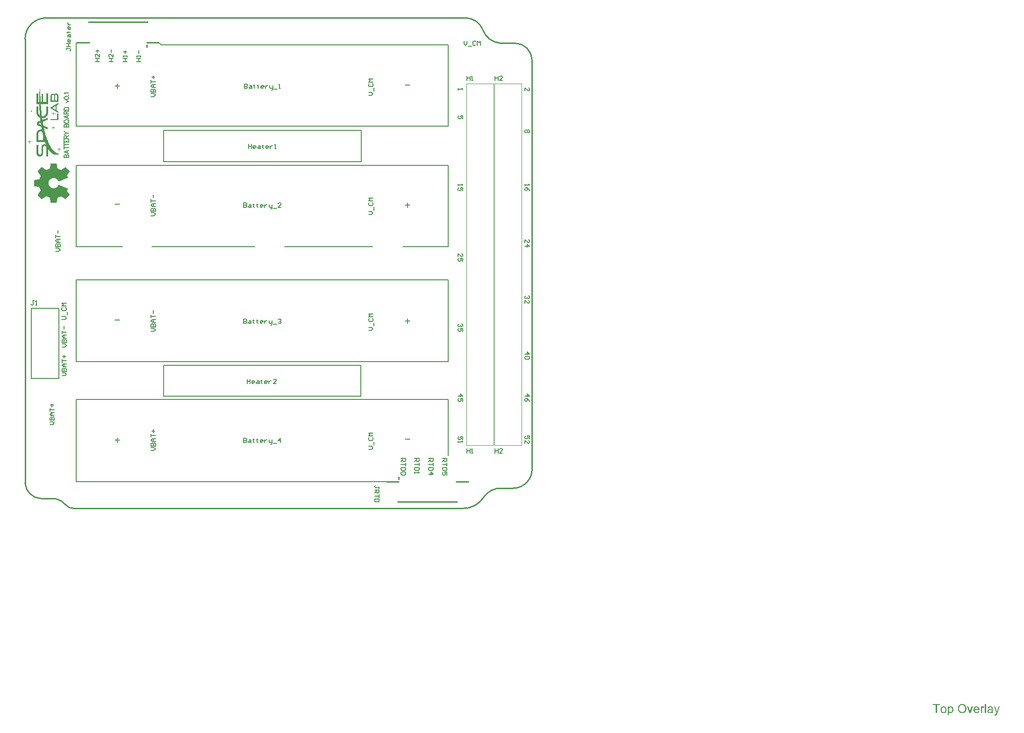
<source format=gto>
G04*
G04 #@! TF.GenerationSoftware,Altium Limited,Altium Designer,18.1.7 (191)*
G04*
G04 Layer_Color=65535*
%FSLAX25Y25*%
%MOIN*%
G70*
G01*
G75*
%ADD10C,0.00787*%
%ADD11C,0.00394*%
%ADD12C,0.01000*%
%ADD13C,0.00799*%
%ADD14C,0.00047*%
%ADD15C,0.00799*%
%ADD16C,0.00700*%
G36*
X23452Y296357D02*
X23748D01*
Y296259D01*
X23945D01*
Y296160D01*
X24143D01*
Y296062D01*
X24241D01*
Y295963D01*
X24340D01*
Y295865D01*
X24438D01*
Y295667D01*
X24537D01*
Y295470D01*
X24636D01*
Y295174D01*
X24734D01*
Y290442D01*
X19213D01*
Y295076D01*
X19311D01*
Y295470D01*
X19410D01*
Y295667D01*
X19509D01*
Y295865D01*
X19607D01*
Y295963D01*
X19706D01*
Y296062D01*
X19903D01*
Y296160D01*
X20001D01*
Y296259D01*
X20396D01*
Y296357D01*
X20889D01*
Y296259D01*
X21283D01*
Y296160D01*
X21382D01*
Y296062D01*
X21579D01*
Y295865D01*
X21678D01*
Y295766D01*
X21776D01*
Y295569D01*
X21875D01*
Y295766D01*
X21973D01*
Y295865D01*
X22072D01*
Y296062D01*
X22171D01*
Y296160D01*
X22368D01*
Y296259D01*
X22466D01*
Y296357D01*
X22861D01*
Y296456D01*
X23452D01*
Y296357D01*
D02*
G37*
G36*
X11719Y297245D02*
X11818D01*
Y294386D01*
X11916D01*
Y292315D01*
X12015D01*
Y290540D01*
X12114D01*
Y290343D01*
X12607D01*
Y296062D01*
X13790D01*
Y290343D01*
X16058D01*
Y296357D01*
X17438D01*
Y288963D01*
X12212D01*
Y287582D01*
X12311D01*
Y286399D01*
X12409D01*
Y285216D01*
X12508D01*
Y284131D01*
X12607D01*
Y283244D01*
X12705D01*
Y282258D01*
X12804D01*
Y281370D01*
X12902D01*
Y280582D01*
X13001D01*
Y280187D01*
X13691D01*
Y280286D01*
X14184D01*
Y280385D01*
X14480D01*
Y280483D01*
X14677D01*
Y280582D01*
X14776D01*
Y280680D01*
X14973D01*
Y280779D01*
X15072D01*
Y280877D01*
X15170D01*
Y280976D01*
X15269D01*
Y281075D01*
X15367D01*
Y281173D01*
X15466D01*
Y281272D01*
X15565D01*
Y281370D01*
X15663D01*
Y281568D01*
X15762D01*
Y281765D01*
X15860D01*
Y282061D01*
X15959D01*
Y282554D01*
X16058D01*
Y287286D01*
X17438D01*
Y282455D01*
X17339D01*
Y281863D01*
X17241D01*
Y281568D01*
X17142D01*
Y281272D01*
X17043D01*
Y281075D01*
X16945D01*
Y280877D01*
X16846D01*
Y280680D01*
X16748D01*
Y280582D01*
X16649D01*
Y280385D01*
X16551D01*
Y280286D01*
X16452D01*
Y280187D01*
X16353D01*
Y280089D01*
X16255D01*
Y279990D01*
X16156D01*
Y279892D01*
X16058D01*
Y279793D01*
X15959D01*
Y279694D01*
X15860D01*
Y279596D01*
X15663D01*
Y279497D01*
X15565D01*
Y279399D01*
X15367D01*
Y279300D01*
X15170D01*
Y279201D01*
X14973D01*
Y279103D01*
X14677D01*
Y279004D01*
X14283D01*
Y278906D01*
X13790D01*
Y278807D01*
X13198D01*
Y278314D01*
X13297D01*
Y277722D01*
X13395D01*
Y277624D01*
X13494D01*
Y277722D01*
X13691D01*
Y277821D01*
X13987D01*
Y277920D01*
X14184D01*
Y278018D01*
X14480D01*
Y278117D01*
X14776D01*
Y278215D01*
X14973D01*
Y278314D01*
X15269D01*
Y278413D01*
X15565D01*
Y278511D01*
X15762D01*
Y278610D01*
X16058D01*
Y278708D01*
X16255D01*
Y278807D01*
X16551D01*
Y278906D01*
X16846D01*
Y279004D01*
X17043D01*
Y279103D01*
X17142D01*
Y277624D01*
X16945D01*
Y277525D01*
X16649D01*
Y277427D01*
X16353D01*
Y277328D01*
X16156D01*
Y277229D01*
X15860D01*
Y277131D01*
X15663D01*
Y277032D01*
X15367D01*
Y276934D01*
X15072D01*
Y276835D01*
X14874D01*
Y276736D01*
X14579D01*
Y276638D01*
X14283D01*
Y276539D01*
X14086D01*
Y276441D01*
X13790D01*
Y276342D01*
X13593D01*
Y275849D01*
X13691D01*
Y275356D01*
X13790D01*
Y274764D01*
X13888D01*
Y274271D01*
X13987D01*
Y273680D01*
X14086D01*
Y273384D01*
X14283D01*
Y273286D01*
X14579D01*
Y273187D01*
X14776D01*
Y273088D01*
X15072D01*
Y272990D01*
X15367D01*
Y272891D01*
X15565D01*
Y272793D01*
X15860D01*
Y272694D01*
X16156D01*
Y272595D01*
X16353D01*
Y272497D01*
X16649D01*
Y272398D01*
X16945D01*
Y272300D01*
X17142D01*
Y270820D01*
X17043D01*
Y270919D01*
X16748D01*
Y271018D01*
X16551D01*
Y271116D01*
X16255D01*
Y271215D01*
X16058D01*
Y271314D01*
X15762D01*
Y271412D01*
X15466D01*
Y271511D01*
X15269D01*
Y271609D01*
X14973D01*
Y271708D01*
X14677D01*
Y271807D01*
X14480D01*
Y271314D01*
X14579D01*
Y270820D01*
X14677D01*
Y270426D01*
X14776D01*
Y270032D01*
X14874D01*
Y269637D01*
X14973D01*
Y269243D01*
X15072D01*
Y268849D01*
X15170D01*
Y268454D01*
X15269D01*
Y268060D01*
X15367D01*
Y267764D01*
X15466D01*
Y267370D01*
X15565D01*
Y266975D01*
X15663D01*
Y266679D01*
X15762D01*
Y266384D01*
X15860D01*
Y266088D01*
X15959D01*
Y265693D01*
X16058D01*
Y265398D01*
X16156D01*
Y265102D01*
X16255D01*
Y264806D01*
X16353D01*
Y264609D01*
X16452D01*
Y264313D01*
X16551D01*
Y264017D01*
X16649D01*
Y263721D01*
X16748D01*
Y263426D01*
X16846D01*
Y263229D01*
X17339D01*
Y262045D01*
X17438D01*
Y261750D01*
X17537D01*
Y261552D01*
X17635D01*
Y261355D01*
X17734D01*
Y261158D01*
X17832D01*
Y260961D01*
X17931D01*
Y260764D01*
X18030D01*
Y260468D01*
X18128D01*
Y260271D01*
X18227D01*
Y260073D01*
X18325D01*
Y259975D01*
X18424D01*
Y259777D01*
X18522D01*
Y259580D01*
X18621D01*
Y259383D01*
X18720D01*
Y259186D01*
X18818D01*
Y259087D01*
X18917D01*
Y258890D01*
X19015D01*
Y258693D01*
X19114D01*
Y258594D01*
X19213D01*
Y258397D01*
X19311D01*
Y258200D01*
X19410D01*
Y258101D01*
X19509D01*
Y257904D01*
X19607D01*
Y257806D01*
X19706D01*
Y257608D01*
X19804D01*
Y257510D01*
X19903D01*
Y257313D01*
X20001D01*
Y257214D01*
X20100D01*
Y257115D01*
X20199D01*
Y256918D01*
X20297D01*
Y256820D01*
X20396D01*
Y256721D01*
X20494D01*
Y256622D01*
X20593D01*
Y256425D01*
X20692D01*
Y256327D01*
X20790D01*
Y256228D01*
X20889D01*
Y256129D01*
X20988D01*
Y256031D01*
X21086D01*
Y255932D01*
X21185D01*
Y255834D01*
X21283D01*
Y255735D01*
X21382D01*
Y255636D01*
X21480D01*
Y255538D01*
X21579D01*
Y255439D01*
X21678D01*
Y255341D01*
X21776D01*
Y255242D01*
X21875D01*
Y255143D01*
X21973D01*
Y255045D01*
X22072D01*
Y254946D01*
X22269D01*
Y254848D01*
X22368D01*
Y254749D01*
X22466D01*
Y254650D01*
X22664D01*
Y254552D01*
X22762D01*
Y254453D01*
X22861D01*
Y254355D01*
X23058D01*
Y254256D01*
X23255D01*
Y254157D01*
X23452D01*
Y254059D01*
X23551D01*
Y253960D01*
X23748D01*
Y253862D01*
X24044D01*
Y253763D01*
X24241D01*
Y253664D01*
X24537D01*
Y253566D01*
X24931D01*
Y253467D01*
X25622D01*
Y253369D01*
X25424D01*
Y253270D01*
X25227D01*
Y253171D01*
X25030D01*
Y253073D01*
X24734D01*
Y252974D01*
X24438D01*
Y252876D01*
X23945D01*
Y252777D01*
X22269D01*
Y252876D01*
X21776D01*
Y252974D01*
X21480D01*
Y253073D01*
X21185D01*
Y253171D01*
X20988D01*
Y253270D01*
X20790D01*
Y253369D01*
X20593D01*
Y253467D01*
X20396D01*
Y253566D01*
X20297D01*
Y253664D01*
X20100D01*
Y253763D01*
X20001D01*
Y253862D01*
X19804D01*
Y253960D01*
X19706D01*
Y254059D01*
X19607D01*
Y254157D01*
X19509D01*
Y254256D01*
X19410D01*
Y254355D01*
X19311D01*
Y254453D01*
X19213D01*
Y254552D01*
X19015D01*
Y254650D01*
X18917D01*
Y254848D01*
X18818D01*
Y254946D01*
X18720D01*
Y255045D01*
X18621D01*
Y255143D01*
X18522D01*
Y255242D01*
X18424D01*
Y255341D01*
X18325D01*
Y255538D01*
X18227D01*
Y255636D01*
X18128D01*
Y255735D01*
X18030D01*
Y255932D01*
X17931D01*
Y256031D01*
X17832D01*
Y256228D01*
X17734D01*
Y256327D01*
X17635D01*
Y256524D01*
X17537D01*
Y256622D01*
X17438D01*
Y251495D01*
X16058D01*
Y258003D01*
X15959D01*
Y258397D01*
X15860D01*
Y258594D01*
X15762D01*
Y258693D01*
X15663D01*
Y258792D01*
X15466D01*
Y258890D01*
X15269D01*
Y258989D01*
X14480D01*
Y258890D01*
X14283D01*
Y258792D01*
X14086D01*
Y258693D01*
X13987D01*
Y258496D01*
X13888D01*
Y258200D01*
X13790D01*
Y253467D01*
X13691D01*
Y252974D01*
X13593D01*
Y252678D01*
X13494D01*
Y252481D01*
X13395D01*
Y252383D01*
X13297D01*
Y252186D01*
X13198D01*
Y252087D01*
X13100D01*
Y251988D01*
X13001D01*
Y251890D01*
X12804D01*
Y251791D01*
X12705D01*
Y251693D01*
X12508D01*
Y251594D01*
X12311D01*
Y251495D01*
X11916D01*
Y251397D01*
X10931D01*
Y251495D01*
X10536D01*
Y251594D01*
X10339D01*
Y251693D01*
X10142D01*
Y251791D01*
X10043D01*
Y251890D01*
X9945D01*
Y251988D01*
X9747D01*
Y252186D01*
X9649D01*
Y252284D01*
X9550D01*
Y252383D01*
X9452D01*
Y252580D01*
X9353D01*
Y252876D01*
X9254D01*
Y253171D01*
X9156D01*
Y259876D01*
X10536D01*
Y253467D01*
X10635D01*
Y253270D01*
X10733D01*
Y253171D01*
X10832D01*
Y253073D01*
X10931D01*
Y252974D01*
X11128D01*
Y252876D01*
X12015D01*
Y252974D01*
X12212D01*
Y253073D01*
X12311D01*
Y253171D01*
X12409D01*
Y253270D01*
X12508D01*
Y253467D01*
X12607D01*
Y258299D01*
X12705D01*
Y258792D01*
X12804D01*
Y259087D01*
X12902D01*
Y259284D01*
X13001D01*
Y259482D01*
X13100D01*
Y259580D01*
X13198D01*
Y259679D01*
X13297D01*
Y259777D01*
X13395D01*
Y259876D01*
X13494D01*
Y259975D01*
X13691D01*
Y260073D01*
X13888D01*
Y260172D01*
X14184D01*
Y260271D01*
X15762D01*
Y260369D01*
X15663D01*
Y260566D01*
X15565D01*
Y260764D01*
X15466D01*
Y261059D01*
X15367D01*
Y261257D01*
X15269D01*
Y261552D01*
X15170D01*
Y261750D01*
X15072D01*
Y261848D01*
X9057D01*
Y268060D01*
X9156D01*
Y268651D01*
X9254D01*
Y268947D01*
X9353D01*
Y269243D01*
X9452D01*
Y269440D01*
X9550D01*
Y269539D01*
X9649D01*
Y269736D01*
X9747D01*
Y269835D01*
X9846D01*
Y269933D01*
X9945D01*
Y270032D01*
X10043D01*
Y270130D01*
X10240D01*
Y270229D01*
X10339D01*
Y270327D01*
X10536D01*
Y270426D01*
X10733D01*
Y270525D01*
X11029D01*
Y270623D01*
X11522D01*
Y270722D01*
X12607D01*
Y270623D01*
X12804D01*
Y271018D01*
X12705D01*
Y271708D01*
X12607D01*
Y272300D01*
X12508D01*
Y272595D01*
X12409D01*
Y272694D01*
X12114D01*
Y272793D01*
X11916D01*
Y272891D01*
X11621D01*
Y272990D01*
X11325D01*
Y273088D01*
X11128D01*
Y273187D01*
X10832D01*
Y273286D01*
X10536D01*
Y273384D01*
X10339D01*
Y273483D01*
X10043D01*
Y273581D01*
X9945D01*
Y273680D01*
X9846D01*
Y273779D01*
X9747D01*
Y273877D01*
X9649D01*
Y273976D01*
X9550D01*
Y274173D01*
X9452D01*
Y274469D01*
X9353D01*
Y275455D01*
X9452D01*
Y275750D01*
X9550D01*
Y275948D01*
X9649D01*
Y276046D01*
X9747D01*
Y276145D01*
X9846D01*
Y276243D01*
X9945D01*
Y276342D01*
X10142D01*
Y276441D01*
X10339D01*
Y276539D01*
X10635D01*
Y276638D01*
X10832D01*
Y276736D01*
X11128D01*
Y276835D01*
X11423D01*
Y276934D01*
X11621D01*
Y277032D01*
X11818D01*
Y277131D01*
X11916D01*
Y277229D01*
X11818D01*
Y278018D01*
X11719D01*
Y279004D01*
X11621D01*
Y279103D01*
X11423D01*
Y279201D01*
X11226D01*
Y279300D01*
X11029D01*
Y279399D01*
X10832D01*
Y279497D01*
X10733D01*
Y279596D01*
X10635D01*
Y279694D01*
X10437D01*
Y279793D01*
X10339D01*
Y279892D01*
X10240D01*
Y279990D01*
X10142D01*
Y280089D01*
X10043D01*
Y280286D01*
X9945D01*
Y280385D01*
X9846D01*
Y280483D01*
X9747D01*
Y280680D01*
X9649D01*
Y280877D01*
X9550D01*
Y281075D01*
X9452D01*
Y281272D01*
X9353D01*
Y281568D01*
X9254D01*
Y281962D01*
X9156D01*
Y287286D01*
X10536D01*
Y282159D01*
X10635D01*
Y281863D01*
X10733D01*
Y281666D01*
X10832D01*
Y281469D01*
X10931D01*
Y281272D01*
X11029D01*
Y281173D01*
X11128D01*
Y281075D01*
X11226D01*
Y280976D01*
X11325D01*
Y280877D01*
X11423D01*
Y280779D01*
X11522D01*
Y281272D01*
X11423D01*
Y282652D01*
X11325D01*
Y284230D01*
X11226D01*
Y286005D01*
X11128D01*
Y288963D01*
X9156D01*
Y296357D01*
X10536D01*
Y290343D01*
X11128D01*
Y296160D01*
X11226D01*
Y297935D01*
X11325D01*
Y298822D01*
X11423D01*
Y299315D01*
X11522D01*
Y299710D01*
X11621D01*
Y300006D01*
X11719D01*
Y297245D01*
D02*
G37*
G36*
X24734Y288667D02*
X24636D01*
Y288568D01*
X24438D01*
Y288470D01*
X24241D01*
Y288371D01*
X24143D01*
Y288272D01*
X23945D01*
Y288174D01*
X23748D01*
Y288075D01*
X23650D01*
Y287977D01*
X23452D01*
Y287878D01*
X23354D01*
Y284329D01*
X23551D01*
Y284230D01*
X23650D01*
Y284131D01*
X23847D01*
Y284033D01*
X24044D01*
Y283934D01*
X24143D01*
Y283836D01*
X24340D01*
Y283737D01*
X24537D01*
Y283638D01*
X24734D01*
Y282554D01*
X24636D01*
Y282652D01*
X24438D01*
Y282751D01*
X24340D01*
Y282850D01*
X24143D01*
Y282948D01*
X23945D01*
Y283047D01*
X23847D01*
Y283145D01*
X23650D01*
Y283244D01*
X23452D01*
Y283343D01*
X23354D01*
Y283441D01*
X23157D01*
Y283540D01*
X22959D01*
Y283638D01*
X22861D01*
Y283737D01*
X22664D01*
Y283836D01*
X22466D01*
Y283934D01*
X22368D01*
Y284033D01*
X22171D01*
Y284131D01*
X21973D01*
Y284230D01*
X21875D01*
Y284329D01*
X21678D01*
Y284427D01*
X21480D01*
Y284526D01*
X21382D01*
Y284624D01*
X21185D01*
Y284723D01*
X20988D01*
Y284822D01*
X20889D01*
Y284920D01*
X20692D01*
Y285019D01*
X20494D01*
Y285117D01*
X20396D01*
Y285216D01*
X20199D01*
Y285314D01*
X20001D01*
Y285413D01*
X19903D01*
Y285512D01*
X19706D01*
Y285610D01*
X19509D01*
Y285709D01*
X19410D01*
Y285807D01*
X19311D01*
Y285906D01*
X19213D01*
Y286005D01*
X19114D01*
Y286300D01*
X19213D01*
Y286399D01*
X19311D01*
Y286498D01*
X19410D01*
Y286596D01*
X19509D01*
Y286695D01*
X19706D01*
Y286793D01*
X19903D01*
Y286892D01*
X20001D01*
Y286991D01*
X20199D01*
Y287089D01*
X20297D01*
Y287188D01*
X20494D01*
Y287286D01*
X20692D01*
Y287385D01*
X20790D01*
Y287484D01*
X20988D01*
Y287582D01*
X21185D01*
Y287681D01*
X21283D01*
Y287779D01*
X21480D01*
Y287878D01*
X21678D01*
Y287977D01*
X21776D01*
Y288075D01*
X21973D01*
Y288174D01*
X22171D01*
Y288272D01*
X22269D01*
Y288371D01*
X22466D01*
Y288470D01*
X22664D01*
Y288568D01*
X22762D01*
Y288667D01*
X22959D01*
Y288765D01*
X23157D01*
Y288864D01*
X23255D01*
Y288963D01*
X23452D01*
Y289061D01*
X23650D01*
Y289160D01*
X23748D01*
Y289258D01*
X23945D01*
Y289357D01*
X24143D01*
Y289456D01*
X24241D01*
Y289554D01*
X24438D01*
Y289653D01*
X24636D01*
Y289751D01*
X24734D01*
Y288667D01*
D02*
G37*
G36*
X5803Y284624D02*
X5902D01*
Y284033D01*
X6198D01*
Y283934D01*
X6987D01*
Y283737D01*
X5902D01*
Y283441D01*
X5803D01*
Y282652D01*
X5705D01*
Y282455D01*
X5606D01*
Y283244D01*
X5508D01*
Y283737D01*
X4620D01*
Y283836D01*
X4226D01*
Y283934D01*
X4817D01*
Y284033D01*
X5606D01*
Y285019D01*
X5705D01*
Y285413D01*
X5803D01*
Y284624D01*
D02*
G37*
G36*
X21480Y282455D02*
X22072D01*
Y282357D01*
X22664D01*
Y282258D01*
X22565D01*
Y282159D01*
X21480D01*
Y281272D01*
X21382D01*
Y280779D01*
X21283D01*
Y281272D01*
X21185D01*
Y282159D01*
X20396D01*
Y282258D01*
X19903D01*
Y282357D01*
X20297D01*
Y282455D01*
X21185D01*
Y282850D01*
X21283D01*
Y283540D01*
X21382D01*
Y283638D01*
X21480D01*
Y282455D01*
D02*
G37*
G36*
X24734Y277427D02*
X19213D01*
Y278314D01*
X23847D01*
Y282061D01*
X24734D01*
Y277427D01*
D02*
G37*
G36*
X21185Y272694D02*
X21283D01*
Y272201D01*
X21579D01*
Y272102D01*
X22368D01*
Y272004D01*
X22466D01*
Y271905D01*
X21283D01*
Y271708D01*
X21185D01*
Y270820D01*
X21086D01*
Y270525D01*
X20988D01*
Y271314D01*
X20889D01*
Y271905D01*
X20001D01*
Y272004D01*
X19509D01*
Y272102D01*
X20199D01*
Y272201D01*
X20889D01*
Y272398D01*
X20988D01*
Y273187D01*
X21086D01*
Y273483D01*
X21185D01*
Y272694D01*
D02*
G37*
G36*
X4388Y262686D02*
X4487D01*
Y262095D01*
X4782D01*
Y261996D01*
X5571D01*
Y261799D01*
X4487D01*
Y261503D01*
X4388D01*
Y260714D01*
X4289D01*
Y260517D01*
X4191D01*
Y261306D01*
X4092D01*
Y261799D01*
X3205D01*
Y261897D01*
X2811D01*
Y261996D01*
X3402D01*
Y262095D01*
X4191D01*
Y263081D01*
X4289D01*
Y263475D01*
X4388D01*
Y262686D01*
D02*
G37*
G36*
X25424Y256820D02*
X25523D01*
Y256721D01*
X26312D01*
Y256622D01*
X26805D01*
Y256524D01*
X26115D01*
Y256425D01*
X25424D01*
Y255636D01*
X25326D01*
Y255143D01*
X25227D01*
Y255538D01*
X25129D01*
Y256425D01*
X24734D01*
Y256524D01*
X24044D01*
Y256622D01*
X23945D01*
Y256721D01*
X25129D01*
Y257313D01*
X25227D01*
Y257904D01*
X25424D01*
Y256820D01*
D02*
G37*
G36*
X661256Y-140876D02*
X661320Y-140885D01*
X661457Y-140903D01*
X661621Y-140939D01*
X661794Y-140994D01*
X661967Y-141076D01*
X662140Y-141176D01*
X662149D01*
X662158Y-141194D01*
X662213Y-141231D01*
X662295Y-141304D01*
X662395Y-141395D01*
X662504Y-141513D01*
X662614Y-141659D01*
X662723Y-141832D01*
X662814Y-142024D01*
Y-142033D01*
X662823Y-142051D01*
X662832Y-142078D01*
X662850Y-142115D01*
X662869Y-142169D01*
X662887Y-142233D01*
X662932Y-142379D01*
X662978Y-142561D01*
X663014Y-142761D01*
X663042Y-142989D01*
X663051Y-143226D01*
Y-143235D01*
Y-143253D01*
Y-143290D01*
Y-143344D01*
X663042Y-143408D01*
Y-143481D01*
X663024Y-143645D01*
X662987Y-143845D01*
X662942Y-144055D01*
X662878Y-144274D01*
X662796Y-144492D01*
Y-144501D01*
X662787Y-144520D01*
X662768Y-144547D01*
X662750Y-144583D01*
X662686Y-144684D01*
X662604Y-144811D01*
X662504Y-144948D01*
X662377Y-145084D01*
X662231Y-145221D01*
X662058Y-145349D01*
X662049D01*
X662040Y-145358D01*
X662012Y-145376D01*
X661976Y-145394D01*
X661885Y-145440D01*
X661757Y-145494D01*
X661602Y-145549D01*
X661438Y-145595D01*
X661247Y-145631D01*
X661056Y-145640D01*
X660992D01*
X660919Y-145631D01*
X660828Y-145622D01*
X660719Y-145604D01*
X660600Y-145576D01*
X660482Y-145540D01*
X660363Y-145485D01*
X660354Y-145476D01*
X660309Y-145458D01*
X660254Y-145422D01*
X660181Y-145367D01*
X660108Y-145312D01*
X660017Y-145239D01*
X659935Y-145157D01*
X659862Y-145066D01*
Y-147289D01*
X659088D01*
Y-140967D01*
X659790D01*
Y-141568D01*
X659799Y-141550D01*
X659835Y-141513D01*
X659881Y-141449D01*
X659953Y-141377D01*
X660035Y-141286D01*
X660126Y-141204D01*
X660236Y-141122D01*
X660345Y-141049D01*
X660363Y-141040D01*
X660400Y-141021D01*
X660473Y-140994D01*
X660564Y-140958D01*
X660673Y-140921D01*
X660801Y-140894D01*
X660946Y-140876D01*
X661110Y-140866D01*
X661211D01*
X661256Y-140876D01*
D02*
G37*
G36*
X684423D02*
X684523Y-140894D01*
X684642Y-140930D01*
X684769Y-140976D01*
X684915Y-141040D01*
X685070Y-141122D01*
X684787Y-141832D01*
X684778Y-141823D01*
X684742Y-141805D01*
X684687Y-141778D01*
X684614Y-141750D01*
X684532Y-141723D01*
X684432Y-141695D01*
X684332Y-141677D01*
X684232Y-141668D01*
X684186D01*
X684140Y-141677D01*
X684077Y-141686D01*
X684013Y-141705D01*
X683931Y-141732D01*
X683849Y-141768D01*
X683776Y-141823D01*
X683767Y-141832D01*
X683740Y-141850D01*
X683712Y-141887D01*
X683667Y-141932D01*
X683621Y-141996D01*
X683576Y-142069D01*
X683530Y-142151D01*
X683494Y-142251D01*
X683485Y-142269D01*
X683475Y-142324D01*
X683457Y-142406D01*
X683430Y-142515D01*
X683403Y-142652D01*
X683384Y-142807D01*
X683375Y-142971D01*
X683366Y-143153D01*
Y-145540D01*
X682592D01*
Y-140967D01*
X683293D01*
Y-141659D01*
X683302Y-141650D01*
X683339Y-141586D01*
X683384Y-141504D01*
X683457Y-141404D01*
X683530Y-141304D01*
X683612Y-141194D01*
X683694Y-141103D01*
X683776Y-141031D01*
X683785Y-141021D01*
X683813Y-141003D01*
X683867Y-140976D01*
X683922Y-140948D01*
X683995Y-140921D01*
X684086Y-140894D01*
X684177Y-140876D01*
X684277Y-140866D01*
X684341D01*
X684423Y-140876D01*
D02*
G37*
G36*
X675267Y-145540D02*
X674529D01*
X672808Y-140967D01*
X673628D01*
X674611Y-143709D01*
Y-143718D01*
X674620Y-143727D01*
X674630Y-143754D01*
X674639Y-143782D01*
X674666Y-143873D01*
X674703Y-143991D01*
X674748Y-144128D01*
X674803Y-144283D01*
X674848Y-144456D01*
X674903Y-144629D01*
X674912Y-144611D01*
X674921Y-144565D01*
X674949Y-144492D01*
X674976Y-144383D01*
X675021Y-144264D01*
X675067Y-144110D01*
X675131Y-143946D01*
X675195Y-143763D01*
X676206Y-140967D01*
X677007D01*
X675267Y-145540D01*
D02*
G37*
G36*
X694398Y-145613D02*
Y-145622D01*
X694389Y-145649D01*
X694371Y-145686D01*
X694353Y-145731D01*
X694325Y-145795D01*
X694298Y-145868D01*
X694234Y-146023D01*
X694171Y-146196D01*
X694098Y-146369D01*
X694025Y-146524D01*
X693988Y-146588D01*
X693961Y-146651D01*
X693952Y-146670D01*
X693925Y-146715D01*
X693879Y-146779D01*
X693824Y-146861D01*
X693751Y-146952D01*
X693670Y-147043D01*
X693588Y-147134D01*
X693487Y-147207D01*
X693478Y-147216D01*
X693442Y-147234D01*
X693387Y-147262D01*
X693305Y-147298D01*
X693214Y-147335D01*
X693105Y-147362D01*
X692986Y-147380D01*
X692850Y-147389D01*
X692813D01*
X692768Y-147380D01*
X692704D01*
X692631Y-147362D01*
X692549Y-147344D01*
X692458Y-147326D01*
X692358Y-147289D01*
X692276Y-146569D01*
X692285D01*
X692321Y-146579D01*
X692367Y-146588D01*
X692421Y-146606D01*
X692567Y-146633D01*
X692713Y-146642D01*
X692759D01*
X692804Y-146633D01*
X692859D01*
X692995Y-146606D01*
X693059Y-146579D01*
X693123Y-146551D01*
X693132D01*
X693150Y-146533D01*
X693178Y-146515D01*
X693214Y-146487D01*
X693296Y-146414D01*
X693369Y-146314D01*
Y-146305D01*
X693387Y-146287D01*
X693405Y-146250D01*
X693424Y-146196D01*
X693460Y-146123D01*
X693497Y-146014D01*
X693551Y-145886D01*
X693606Y-145731D01*
Y-145722D01*
X693624Y-145686D01*
X693642Y-145622D01*
X693679Y-145540D01*
X691948Y-140967D01*
X692768D01*
X693724Y-143618D01*
Y-143627D01*
X693733Y-143636D01*
X693742Y-143663D01*
X693751Y-143709D01*
X693770Y-143754D01*
X693788Y-143809D01*
X693833Y-143937D01*
X693888Y-144091D01*
X693943Y-144274D01*
X693997Y-144465D01*
X694052Y-144675D01*
Y-144665D01*
X694061Y-144647D01*
X694070Y-144620D01*
X694079Y-144583D01*
X694089Y-144538D01*
X694107Y-144483D01*
X694143Y-144346D01*
X694189Y-144192D01*
X694253Y-144009D01*
X694307Y-143827D01*
X694380Y-143636D01*
X695364Y-140967D01*
X696138D01*
X694398Y-145613D01*
D02*
G37*
G36*
X689625Y-140876D02*
X689761Y-140885D01*
X689916Y-140903D01*
X690071Y-140930D01*
X690226Y-140967D01*
X690372Y-141012D01*
X690390Y-141021D01*
X690436Y-141040D01*
X690499Y-141067D01*
X690581Y-141103D01*
X690672Y-141158D01*
X690764Y-141213D01*
X690845Y-141286D01*
X690918Y-141358D01*
X690927Y-141367D01*
X690946Y-141395D01*
X690973Y-141440D01*
X691009Y-141495D01*
X691055Y-141577D01*
X691091Y-141659D01*
X691128Y-141759D01*
X691155Y-141878D01*
Y-141887D01*
X691164Y-141914D01*
X691173Y-141969D01*
X691183Y-142042D01*
Y-142142D01*
X691192Y-142260D01*
X691201Y-142415D01*
Y-142588D01*
Y-143627D01*
Y-143636D01*
Y-143672D01*
Y-143727D01*
Y-143800D01*
Y-143882D01*
Y-143982D01*
X691210Y-144201D01*
Y-144429D01*
X691219Y-144656D01*
X691228Y-144756D01*
Y-144848D01*
X691237Y-144930D01*
X691246Y-144993D01*
Y-145002D01*
X691255Y-145039D01*
X691264Y-145094D01*
X691292Y-145166D01*
X691310Y-145248D01*
X691347Y-145340D01*
X691392Y-145440D01*
X691438Y-145540D01*
X690627D01*
X690618Y-145531D01*
X690609Y-145494D01*
X690590Y-145449D01*
X690563Y-145376D01*
X690536Y-145294D01*
X690518Y-145194D01*
X690499Y-145084D01*
X690481Y-144966D01*
X690472D01*
X690463Y-144984D01*
X690408Y-145030D01*
X690326Y-145094D01*
X690217Y-145176D01*
X690080Y-145257D01*
X689944Y-145349D01*
X689798Y-145431D01*
X689643Y-145494D01*
X689625Y-145503D01*
X689570Y-145513D01*
X689488Y-145540D01*
X689388Y-145567D01*
X689260Y-145595D01*
X689115Y-145613D01*
X688951Y-145631D01*
X688787Y-145640D01*
X688714D01*
X688659Y-145631D01*
X688595D01*
X688522Y-145622D01*
X688358Y-145595D01*
X688176Y-145549D01*
X687976Y-145485D01*
X687794Y-145394D01*
X687630Y-145276D01*
X687611Y-145257D01*
X687566Y-145212D01*
X687502Y-145130D01*
X687429Y-145021D01*
X687356Y-144884D01*
X687292Y-144729D01*
X687247Y-144538D01*
X687238Y-144447D01*
X687229Y-144337D01*
Y-144319D01*
Y-144283D01*
X687238Y-144219D01*
X687247Y-144137D01*
X687265Y-144037D01*
X687292Y-143937D01*
X687329Y-143827D01*
X687374Y-143727D01*
X687384Y-143718D01*
X687402Y-143682D01*
X687438Y-143627D01*
X687484Y-143563D01*
X687538Y-143490D01*
X687611Y-143417D01*
X687684Y-143344D01*
X687775Y-143281D01*
X687784Y-143272D01*
X687821Y-143253D01*
X687866Y-143217D01*
X687939Y-143180D01*
X688021Y-143144D01*
X688122Y-143098D01*
X688222Y-143062D01*
X688340Y-143026D01*
X688349D01*
X688386Y-143017D01*
X688440Y-142998D01*
X688513Y-142989D01*
X688604Y-142971D01*
X688723Y-142953D01*
X688860Y-142925D01*
X689023Y-142907D01*
X689033D01*
X689069Y-142898D01*
X689115D01*
X689178Y-142889D01*
X689251Y-142880D01*
X689342Y-142862D01*
X689442Y-142852D01*
X689552Y-142834D01*
X689771Y-142789D01*
X690007Y-142743D01*
X690217Y-142689D01*
X690317Y-142661D01*
X690408Y-142634D01*
Y-142625D01*
Y-142606D01*
X690417Y-142552D01*
Y-142488D01*
Y-142452D01*
Y-142433D01*
Y-142424D01*
Y-142415D01*
Y-142360D01*
X690408Y-142269D01*
X690390Y-142169D01*
X690363Y-142060D01*
X690317Y-141951D01*
X690262Y-141850D01*
X690190Y-141768D01*
X690180Y-141759D01*
X690135Y-141723D01*
X690062Y-141686D01*
X689971Y-141632D01*
X689843Y-141586D01*
X689698Y-141541D01*
X689515Y-141513D01*
X689306Y-141504D01*
X689215D01*
X689124Y-141513D01*
X688996Y-141532D01*
X688869Y-141550D01*
X688732Y-141586D01*
X688604Y-141632D01*
X688495Y-141695D01*
X688486Y-141705D01*
X688449Y-141732D01*
X688404Y-141778D01*
X688349Y-141850D01*
X688295Y-141941D01*
X688231Y-142060D01*
X688176Y-142206D01*
X688122Y-142370D01*
X687365Y-142269D01*
Y-142260D01*
X687374Y-142251D01*
Y-142224D01*
X687384Y-142187D01*
X687411Y-142105D01*
X687447Y-141987D01*
X687493Y-141869D01*
X687548Y-141741D01*
X687620Y-141613D01*
X687703Y-141495D01*
X687712Y-141486D01*
X687748Y-141449D01*
X687803Y-141395D01*
X687876Y-141322D01*
X687976Y-141249D01*
X688094Y-141176D01*
X688231Y-141094D01*
X688386Y-141031D01*
X688395D01*
X688404Y-141021D01*
X688431Y-141012D01*
X688468Y-141003D01*
X688559Y-140976D01*
X688686Y-140948D01*
X688832Y-140921D01*
X689014Y-140894D01*
X689206Y-140876D01*
X689424Y-140866D01*
X689525D01*
X689625Y-140876D01*
D02*
G37*
G36*
X686290Y-145540D02*
X685516D01*
Y-139236D01*
X686290D01*
Y-145540D01*
D02*
G37*
G36*
X653422Y-139983D02*
X651344D01*
Y-145540D01*
X650506D01*
Y-139983D01*
X648429D01*
Y-139236D01*
X653422D01*
Y-139983D01*
D02*
G37*
G36*
X679722Y-140876D02*
X679795Y-140885D01*
X679886Y-140903D01*
X679986Y-140921D01*
X680105Y-140948D01*
X680214Y-140976D01*
X680342Y-141021D01*
X680460Y-141067D01*
X680588Y-141131D01*
X680715Y-141204D01*
X680843Y-141286D01*
X680961Y-141386D01*
X681070Y-141495D01*
X681079Y-141504D01*
X681098Y-141522D01*
X681125Y-141559D01*
X681161Y-141613D01*
X681207Y-141677D01*
X681253Y-141750D01*
X681307Y-141841D01*
X681362Y-141951D01*
X681417Y-142069D01*
X681471Y-142197D01*
X681517Y-142342D01*
X681562Y-142497D01*
X681599Y-142670D01*
X681626Y-142852D01*
X681644Y-143044D01*
X681653Y-143253D01*
Y-143262D01*
Y-143299D01*
Y-143363D01*
X681644Y-143454D01*
X678228D01*
Y-143463D01*
Y-143490D01*
X678237Y-143527D01*
Y-143581D01*
X678246Y-143645D01*
X678265Y-143718D01*
X678292Y-143882D01*
X678346Y-144064D01*
X678419Y-144264D01*
X678520Y-144447D01*
X678647Y-144611D01*
X678656D01*
X678665Y-144629D01*
X678720Y-144675D01*
X678802Y-144738D01*
X678911Y-144802D01*
X679057Y-144875D01*
X679221Y-144939D01*
X679403Y-144984D01*
X679503Y-144993D01*
X679613Y-145002D01*
X679686D01*
X679768Y-144993D01*
X679868Y-144975D01*
X679977Y-144948D01*
X680105Y-144911D01*
X680223Y-144857D01*
X680342Y-144784D01*
X680351Y-144775D01*
X680396Y-144738D01*
X680451Y-144684D01*
X680515Y-144611D01*
X680588Y-144510D01*
X680670Y-144383D01*
X680752Y-144237D01*
X680824Y-144064D01*
X681626Y-144164D01*
Y-144173D01*
X681617Y-144192D01*
X681608Y-144228D01*
X681590Y-144283D01*
X681562Y-144337D01*
X681535Y-144410D01*
X681462Y-144565D01*
X681371Y-144738D01*
X681244Y-144920D01*
X681098Y-145094D01*
X680915Y-145257D01*
X680906D01*
X680888Y-145276D01*
X680861Y-145294D01*
X680824Y-145321D01*
X680770Y-145349D01*
X680715Y-145376D01*
X680642Y-145412D01*
X680560Y-145449D01*
X680469Y-145485D01*
X680378Y-145522D01*
X680150Y-145576D01*
X679895Y-145622D01*
X679613Y-145640D01*
X679513D01*
X679449Y-145631D01*
X679367Y-145622D01*
X679267Y-145604D01*
X679157Y-145586D01*
X679039Y-145567D01*
X678784Y-145494D01*
X678647Y-145440D01*
X678520Y-145385D01*
X678383Y-145312D01*
X678255Y-145230D01*
X678137Y-145139D01*
X678019Y-145030D01*
X678010Y-145021D01*
X677991Y-145002D01*
X677964Y-144966D01*
X677927Y-144911D01*
X677882Y-144848D01*
X677836Y-144775D01*
X677782Y-144684D01*
X677727Y-144583D01*
X677672Y-144465D01*
X677618Y-144337D01*
X677572Y-144192D01*
X677527Y-144037D01*
X677490Y-143873D01*
X677463Y-143691D01*
X677445Y-143499D01*
X677435Y-143299D01*
Y-143290D01*
Y-143244D01*
Y-143190D01*
X677445Y-143107D01*
X677454Y-143007D01*
X677463Y-142898D01*
X677481Y-142771D01*
X677508Y-142643D01*
X677581Y-142351D01*
X677627Y-142206D01*
X677681Y-142051D01*
X677754Y-141905D01*
X677836Y-141768D01*
X677927Y-141632D01*
X678028Y-141504D01*
X678037Y-141495D01*
X678055Y-141477D01*
X678091Y-141449D01*
X678137Y-141404D01*
X678192Y-141358D01*
X678265Y-141304D01*
X678346Y-141240D01*
X678447Y-141185D01*
X678547Y-141122D01*
X678665Y-141067D01*
X678793Y-141012D01*
X678930Y-140967D01*
X679075Y-140921D01*
X679230Y-140894D01*
X679394Y-140876D01*
X679567Y-140866D01*
X679658D01*
X679722Y-140876D01*
D02*
G37*
G36*
X656191D02*
X656273Y-140885D01*
X656364Y-140903D01*
X656464Y-140921D01*
X656583Y-140939D01*
X656829Y-141021D01*
X656956Y-141067D01*
X657084Y-141131D01*
X657211Y-141194D01*
X657339Y-141286D01*
X657457Y-141377D01*
X657576Y-141486D01*
X657585Y-141495D01*
X657603Y-141513D01*
X657630Y-141550D01*
X657667Y-141595D01*
X657712Y-141659D01*
X657767Y-141741D01*
X657822Y-141832D01*
X657876Y-141932D01*
X657931Y-142042D01*
X657986Y-142178D01*
X658040Y-142315D01*
X658086Y-142470D01*
X658122Y-142634D01*
X658150Y-142807D01*
X658168Y-142989D01*
X658177Y-143190D01*
Y-143199D01*
Y-143226D01*
Y-143272D01*
Y-143335D01*
X658168Y-143408D01*
X658159Y-143499D01*
Y-143590D01*
X658141Y-143691D01*
X658113Y-143918D01*
X658059Y-144146D01*
X657995Y-144374D01*
X657904Y-144583D01*
Y-144592D01*
X657895Y-144602D01*
X657876Y-144629D01*
X657858Y-144665D01*
X657794Y-144756D01*
X657712Y-144866D01*
X657603Y-144993D01*
X657466Y-145121D01*
X657311Y-145248D01*
X657129Y-145367D01*
X657120D01*
X657111Y-145376D01*
X657084Y-145394D01*
X657038Y-145412D01*
X656993Y-145431D01*
X656938Y-145449D01*
X656801Y-145503D01*
X656646Y-145549D01*
X656455Y-145595D01*
X656255Y-145631D01*
X656036Y-145640D01*
X655945D01*
X655872Y-145631D01*
X655790Y-145622D01*
X655699Y-145604D01*
X655590Y-145586D01*
X655480Y-145567D01*
X655234Y-145494D01*
X655098Y-145440D01*
X654970Y-145385D01*
X654843Y-145312D01*
X654715Y-145230D01*
X654597Y-145139D01*
X654478Y-145030D01*
X654469Y-145021D01*
X654451Y-145002D01*
X654424Y-144966D01*
X654387Y-144911D01*
X654342Y-144848D01*
X654296Y-144775D01*
X654242Y-144684D01*
X654187Y-144574D01*
X654132Y-144456D01*
X654077Y-144319D01*
X654032Y-144173D01*
X653986Y-144019D01*
X653950Y-143845D01*
X653923Y-143663D01*
X653904Y-143463D01*
X653895Y-143253D01*
Y-143235D01*
Y-143199D01*
X653904Y-143135D01*
Y-143044D01*
X653913Y-142944D01*
X653932Y-142816D01*
X653950Y-142689D01*
X653986Y-142543D01*
X654023Y-142397D01*
X654068Y-142242D01*
X654123Y-142078D01*
X654196Y-141923D01*
X654269Y-141778D01*
X654369Y-141632D01*
X654469Y-141495D01*
X654597Y-141377D01*
X654606Y-141367D01*
X654624Y-141358D01*
X654661Y-141331D01*
X654706Y-141295D01*
X654761Y-141258D01*
X654834Y-141213D01*
X654907Y-141167D01*
X654998Y-141122D01*
X655098Y-141076D01*
X655207Y-141031D01*
X655453Y-140948D01*
X655735Y-140885D01*
X655881Y-140876D01*
X656036Y-140866D01*
X656127D01*
X656191Y-140876D01*
D02*
G37*
G36*
X669446Y-139136D02*
X669528D01*
X669610Y-139145D01*
X669719Y-139163D01*
X669829Y-139181D01*
X670065Y-139227D01*
X670339Y-139300D01*
X670603Y-139409D01*
X670740Y-139473D01*
X670876Y-139546D01*
X670885Y-139555D01*
X670904Y-139564D01*
X670940Y-139591D01*
X670995Y-139618D01*
X671049Y-139664D01*
X671122Y-139719D01*
X671277Y-139846D01*
X671441Y-140010D01*
X671623Y-140211D01*
X671796Y-140447D01*
X671942Y-140712D01*
Y-140721D01*
X671960Y-140748D01*
X671979Y-140785D01*
X671997Y-140839D01*
X672033Y-140912D01*
X672061Y-140994D01*
X672097Y-141094D01*
X672133Y-141204D01*
X672161Y-141322D01*
X672197Y-141449D01*
X672234Y-141595D01*
X672261Y-141741D01*
X672297Y-142060D01*
X672316Y-142406D01*
Y-142415D01*
Y-142452D01*
Y-142497D01*
X672307Y-142570D01*
Y-142652D01*
X672297Y-142752D01*
X672279Y-142862D01*
X672270Y-142980D01*
X672225Y-143244D01*
X672152Y-143536D01*
X672051Y-143827D01*
X671997Y-143973D01*
X671924Y-144119D01*
Y-144128D01*
X671906Y-144155D01*
X671887Y-144192D01*
X671851Y-144246D01*
X671815Y-144310D01*
X671769Y-144374D01*
X671642Y-144547D01*
X671487Y-144729D01*
X671305Y-144920D01*
X671086Y-145103D01*
X670831Y-145267D01*
X670822D01*
X670803Y-145285D01*
X670758Y-145303D01*
X670703Y-145330D01*
X670640Y-145358D01*
X670567Y-145385D01*
X670475Y-145422D01*
X670375Y-145458D01*
X670266Y-145494D01*
X670148Y-145531D01*
X669883Y-145586D01*
X669601Y-145631D01*
X669300Y-145649D01*
X669209D01*
X669155Y-145640D01*
X669072D01*
X668981Y-145622D01*
X668881Y-145613D01*
X668763Y-145595D01*
X668517Y-145540D01*
X668253Y-145467D01*
X667979Y-145358D01*
X667843Y-145294D01*
X667706Y-145221D01*
X667697Y-145212D01*
X667679Y-145203D01*
X667642Y-145176D01*
X667588Y-145139D01*
X667533Y-145103D01*
X667469Y-145048D01*
X667314Y-144911D01*
X667141Y-144747D01*
X666959Y-144547D01*
X666795Y-144319D01*
X666640Y-144055D01*
Y-144046D01*
X666622Y-144019D01*
X666604Y-143982D01*
X666585Y-143927D01*
X666558Y-143855D01*
X666531Y-143773D01*
X666494Y-143682D01*
X666467Y-143581D01*
X666431Y-143463D01*
X666394Y-143344D01*
X666339Y-143071D01*
X666303Y-142789D01*
X666285Y-142479D01*
Y-142470D01*
Y-142461D01*
Y-142406D01*
X666294Y-142324D01*
Y-142215D01*
X666312Y-142087D01*
X666330Y-141932D01*
X666358Y-141759D01*
X666394Y-141577D01*
X666431Y-141386D01*
X666485Y-141185D01*
X666558Y-140985D01*
X666640Y-140775D01*
X666731Y-140575D01*
X666850Y-140375D01*
X666977Y-140192D01*
X667123Y-140019D01*
X667132Y-140010D01*
X667159Y-139983D01*
X667214Y-139937D01*
X667278Y-139883D01*
X667360Y-139810D01*
X667460Y-139737D01*
X667579Y-139655D01*
X667715Y-139573D01*
X667861Y-139491D01*
X668025Y-139409D01*
X668207Y-139336D01*
X668398Y-139263D01*
X668608Y-139208D01*
X668827Y-139163D01*
X669054Y-139136D01*
X669300Y-139127D01*
X669382D01*
X669446Y-139136D01*
D02*
G37*
%LPC*%
G36*
X23452Y295470D02*
X22664D01*
Y295372D01*
X22565D01*
Y295273D01*
X22466D01*
Y295174D01*
X22368D01*
Y294780D01*
X22269D01*
Y291428D01*
X23847D01*
Y294879D01*
X23748D01*
Y295174D01*
X23650D01*
Y295273D01*
X23551D01*
Y295372D01*
X23452D01*
Y295470D01*
D02*
G37*
G36*
X21283Y295372D02*
X20494D01*
Y295273D01*
X20396D01*
Y295174D01*
X20297D01*
Y295076D01*
X20199D01*
Y294681D01*
X20100D01*
Y291428D01*
X21579D01*
Y294879D01*
X21480D01*
Y295174D01*
X21382D01*
Y295273D01*
X21283D01*
Y295372D01*
D02*
G37*
G36*
X12114Y275750D02*
X12015D01*
Y275652D01*
X11719D01*
Y275553D01*
X11423D01*
Y275455D01*
X11226D01*
Y275356D01*
X10931D01*
Y275257D01*
X10832D01*
Y275159D01*
X10733D01*
Y274666D01*
X10931D01*
Y274567D01*
X11128D01*
Y274469D01*
X11423D01*
Y274370D01*
X11719D01*
Y274271D01*
X11916D01*
Y274173D01*
X12212D01*
Y274074D01*
X12311D01*
Y274370D01*
X12212D01*
Y275060D01*
X12114D01*
Y275750D01*
D02*
G37*
G36*
X12607Y269342D02*
X11522D01*
Y269243D01*
X11325D01*
Y269144D01*
X11128D01*
Y269046D01*
X11029D01*
Y268947D01*
X10931D01*
Y268849D01*
X10832D01*
Y268750D01*
X10733D01*
Y268651D01*
X10635D01*
Y268356D01*
X10536D01*
Y267961D01*
X10437D01*
Y263229D01*
X13691D01*
Y266581D01*
X13593D01*
Y267074D01*
X13494D01*
Y267468D01*
X13395D01*
Y267863D01*
X13297D01*
Y268356D01*
X13198D01*
Y268849D01*
X13100D01*
Y269046D01*
X13001D01*
Y269144D01*
X12902D01*
Y269243D01*
X12607D01*
Y269342D01*
D02*
G37*
G36*
X22664Y287385D02*
X22466D01*
Y287286D01*
X22269D01*
Y287188D01*
X22072D01*
Y287089D01*
X21973D01*
Y286991D01*
X21776D01*
Y286892D01*
X21579D01*
Y286793D01*
X21480D01*
Y286695D01*
X21283D01*
Y286596D01*
X21086D01*
Y286498D01*
X20988D01*
Y286399D01*
X20790D01*
Y286300D01*
X20593D01*
Y286202D01*
X20494D01*
Y286005D01*
X20692D01*
Y285906D01*
X20889D01*
Y285807D01*
X20988D01*
Y285709D01*
X21185D01*
Y285610D01*
X21382D01*
Y285512D01*
X21480D01*
Y285413D01*
X21678D01*
Y285314D01*
X21875D01*
Y285216D01*
X21973D01*
Y285117D01*
X22171D01*
Y285019D01*
X22368D01*
Y284920D01*
X22664D01*
Y287385D01*
D02*
G37*
G36*
X661037Y-141477D02*
X660992D01*
X660955Y-141486D01*
X660864Y-141504D01*
X660746Y-141532D01*
X660609Y-141586D01*
X660464Y-141668D01*
X660382Y-141723D01*
X660309Y-141787D01*
X660236Y-141859D01*
X660163Y-141941D01*
Y-141951D01*
X660145Y-141960D01*
X660126Y-141987D01*
X660108Y-142024D01*
X660081Y-142078D01*
X660044Y-142133D01*
X660008Y-142206D01*
X659981Y-142279D01*
X659944Y-142370D01*
X659908Y-142470D01*
X659881Y-142579D01*
X659844Y-142698D01*
X659826Y-142834D01*
X659808Y-142971D01*
X659790Y-143117D01*
Y-143281D01*
Y-143290D01*
Y-143317D01*
Y-143363D01*
X659799Y-143426D01*
Y-143499D01*
X659808Y-143581D01*
X659835Y-143773D01*
X659881Y-143991D01*
X659935Y-144201D01*
X660026Y-144410D01*
X660081Y-144501D01*
X660145Y-144583D01*
X660163Y-144602D01*
X660209Y-144647D01*
X660281Y-144720D01*
X660382Y-144793D01*
X660509Y-144866D01*
X660655Y-144939D01*
X660819Y-144984D01*
X660910Y-144993D01*
X661001Y-145002D01*
X661056D01*
X661092Y-144993D01*
X661183Y-144975D01*
X661311Y-144948D01*
X661447Y-144893D01*
X661593Y-144820D01*
X661739Y-144711D01*
X661812Y-144647D01*
X661885Y-144574D01*
Y-144565D01*
X661903Y-144556D01*
X661921Y-144529D01*
X661939Y-144492D01*
X661976Y-144447D01*
X662003Y-144383D01*
X662040Y-144319D01*
X662076Y-144237D01*
X662103Y-144155D01*
X662140Y-144046D01*
X662176Y-143937D01*
X662204Y-143818D01*
X662222Y-143682D01*
X662240Y-143536D01*
X662258Y-143381D01*
Y-143217D01*
Y-143208D01*
Y-143180D01*
Y-143135D01*
X662249Y-143071D01*
Y-142998D01*
X662240Y-142916D01*
X662213Y-142725D01*
X662167Y-142515D01*
X662103Y-142306D01*
X662012Y-142096D01*
X661958Y-141996D01*
X661894Y-141914D01*
Y-141905D01*
X661876Y-141896D01*
X661830Y-141841D01*
X661757Y-141778D01*
X661657Y-141695D01*
X661529Y-141613D01*
X661384Y-141541D01*
X661220Y-141495D01*
X661129Y-141486D01*
X661037Y-141477D01*
D02*
G37*
G36*
X690417Y-143244D02*
X690408D01*
X690399Y-143253D01*
X690372Y-143262D01*
X690335Y-143272D01*
X690290Y-143290D01*
X690235Y-143308D01*
X690171Y-143326D01*
X690098Y-143344D01*
X690016Y-143372D01*
X689916Y-143390D01*
X689816Y-143417D01*
X689698Y-143445D01*
X689570Y-143472D01*
X689442Y-143499D01*
X689297Y-143517D01*
X689142Y-143545D01*
X689124D01*
X689069Y-143554D01*
X688978Y-143572D01*
X688878Y-143590D01*
X688768Y-143609D01*
X688659Y-143636D01*
X688559Y-143663D01*
X688468Y-143700D01*
X688459D01*
X688431Y-143718D01*
X688395Y-143736D01*
X688358Y-143763D01*
X688249Y-143836D01*
X688158Y-143946D01*
Y-143955D01*
X688140Y-143973D01*
X688131Y-144009D01*
X688112Y-144055D01*
X688094Y-144110D01*
X688076Y-144164D01*
X688067Y-144237D01*
X688058Y-144310D01*
Y-144319D01*
Y-144365D01*
X688067Y-144419D01*
X688085Y-144492D01*
X688112Y-144574D01*
X688158Y-144656D01*
X688213Y-144747D01*
X688285Y-144829D01*
X688295Y-144838D01*
X688331Y-144857D01*
X688386Y-144893D01*
X688459Y-144930D01*
X688559Y-144966D01*
X688677Y-145002D01*
X688814Y-145021D01*
X688978Y-145030D01*
X689051D01*
X689142Y-145021D01*
X689242Y-145002D01*
X689370Y-144984D01*
X689497Y-144948D01*
X689634Y-144902D01*
X689771Y-144838D01*
X689789Y-144829D01*
X689825Y-144802D01*
X689889Y-144756D01*
X689962Y-144693D01*
X690044Y-144620D01*
X690135Y-144529D01*
X690208Y-144419D01*
X690281Y-144301D01*
X690290Y-144292D01*
X690299Y-144255D01*
X690317Y-144192D01*
X690344Y-144110D01*
X690372Y-144000D01*
X690390Y-143873D01*
X690399Y-143718D01*
X690408Y-143536D01*
X690417Y-143244D01*
D02*
G37*
G36*
X679576Y-141504D02*
X679522D01*
X679485Y-141513D01*
X679385Y-141522D01*
X679267Y-141550D01*
X679121Y-141595D01*
X678966Y-141659D01*
X678820Y-141750D01*
X678675Y-141869D01*
X678656Y-141887D01*
X678620Y-141932D01*
X678556Y-142014D01*
X678492Y-142124D01*
X678419Y-142251D01*
X678356Y-142415D01*
X678301Y-142606D01*
X678274Y-142816D01*
X680834D01*
Y-142807D01*
Y-142789D01*
X680824Y-142761D01*
Y-142725D01*
X680806Y-142616D01*
X680779Y-142497D01*
X680733Y-142351D01*
X680688Y-142215D01*
X680615Y-142078D01*
X680533Y-141960D01*
Y-141951D01*
X680515Y-141941D01*
X680469Y-141887D01*
X680387Y-141814D01*
X680278Y-141732D01*
X680141Y-141650D01*
X679977Y-141577D01*
X679786Y-141522D01*
X679686Y-141513D01*
X679576Y-141504D01*
D02*
G37*
G36*
X656036D02*
X655981D01*
X655936Y-141513D01*
X655836Y-141522D01*
X655699Y-141559D01*
X655544Y-141613D01*
X655380Y-141686D01*
X655225Y-141796D01*
X655143Y-141869D01*
X655070Y-141941D01*
Y-141951D01*
X655052Y-141960D01*
X655034Y-141987D01*
X655007Y-142024D01*
X654979Y-142069D01*
X654952Y-142124D01*
X654916Y-142197D01*
X654879Y-142269D01*
X654843Y-142360D01*
X654806Y-142452D01*
X654779Y-142561D01*
X654752Y-142679D01*
X654724Y-142807D01*
X654706Y-142944D01*
X654697Y-143098D01*
X654688Y-143253D01*
Y-143262D01*
Y-143290D01*
Y-143335D01*
X654697Y-143399D01*
Y-143472D01*
X654706Y-143554D01*
X654733Y-143745D01*
X654779Y-143964D01*
X654852Y-144183D01*
X654943Y-144392D01*
X655007Y-144483D01*
X655070Y-144574D01*
X655080D01*
X655089Y-144592D01*
X655143Y-144638D01*
X655225Y-144711D01*
X655335Y-144784D01*
X655471Y-144866D01*
X655635Y-144939D01*
X655827Y-144984D01*
X655927Y-144993D01*
X656036Y-145002D01*
X656091D01*
X656136Y-144993D01*
X656237Y-144975D01*
X656373Y-144948D01*
X656519Y-144893D01*
X656683Y-144820D01*
X656838Y-144711D01*
X656920Y-144638D01*
X656993Y-144565D01*
X657002Y-144556D01*
X657011Y-144547D01*
X657029Y-144520D01*
X657057Y-144483D01*
X657084Y-144438D01*
X657120Y-144383D01*
X657157Y-144310D01*
X657193Y-144237D01*
X657230Y-144146D01*
X657257Y-144046D01*
X657293Y-143937D01*
X657321Y-143818D01*
X657348Y-143682D01*
X657366Y-143545D01*
X657384Y-143390D01*
Y-143226D01*
Y-143217D01*
Y-143190D01*
Y-143144D01*
X657375Y-143089D01*
Y-143017D01*
X657366Y-142935D01*
X657339Y-142743D01*
X657293Y-142543D01*
X657220Y-142324D01*
X657120Y-142124D01*
X657066Y-142024D01*
X656993Y-141941D01*
Y-141932D01*
X656975Y-141923D01*
X656920Y-141869D01*
X656838Y-141805D01*
X656729Y-141723D01*
X656592Y-141641D01*
X656428Y-141568D01*
X656246Y-141522D01*
X656145Y-141513D01*
X656036Y-141504D01*
D02*
G37*
G36*
X669300Y-139846D02*
X669218D01*
X669155Y-139855D01*
X669072Y-139864D01*
X668991Y-139883D01*
X668890Y-139901D01*
X668781Y-139919D01*
X668544Y-139992D01*
X668417Y-140047D01*
X668289Y-140101D01*
X668152Y-140174D01*
X668025Y-140256D01*
X667897Y-140347D01*
X667779Y-140456D01*
X667770Y-140466D01*
X667752Y-140484D01*
X667724Y-140520D01*
X667679Y-140575D01*
X667633Y-140639D01*
X667579Y-140721D01*
X667524Y-140821D01*
X667460Y-140939D01*
X667405Y-141067D01*
X667342Y-141222D01*
X667287Y-141386D01*
X667241Y-141568D01*
X667196Y-141768D01*
X667169Y-141996D01*
X667150Y-142233D01*
X667141Y-142488D01*
Y-142497D01*
Y-142534D01*
Y-142597D01*
X667150Y-142679D01*
X667159Y-142771D01*
X667178Y-142880D01*
X667196Y-143007D01*
X667214Y-143135D01*
X667287Y-143426D01*
X667342Y-143572D01*
X667396Y-143727D01*
X667469Y-143873D01*
X667551Y-144019D01*
X667642Y-144155D01*
X667752Y-144283D01*
X667761Y-144292D01*
X667779Y-144310D01*
X667815Y-144346D01*
X667861Y-144383D01*
X667925Y-144438D01*
X667998Y-144492D01*
X668080Y-144547D01*
X668171Y-144611D01*
X668280Y-144675D01*
X668398Y-144729D01*
X668526Y-144784D01*
X668663Y-144838D01*
X668808Y-144875D01*
X668954Y-144911D01*
X669118Y-144930D01*
X669291Y-144939D01*
X669337D01*
X669382Y-144930D01*
X669446D01*
X669528Y-144920D01*
X669619Y-144902D01*
X669729Y-144884D01*
X669838Y-144857D01*
X669965Y-144820D01*
X670084Y-144775D01*
X670220Y-144729D01*
X670348Y-144665D01*
X670475Y-144583D01*
X670603Y-144501D01*
X670731Y-144401D01*
X670849Y-144283D01*
X670858Y-144274D01*
X670876Y-144255D01*
X670904Y-144210D01*
X670949Y-144155D01*
X670995Y-144091D01*
X671040Y-144009D01*
X671095Y-143909D01*
X671159Y-143800D01*
X671213Y-143672D01*
X671268Y-143527D01*
X671314Y-143372D01*
X671368Y-143208D01*
X671405Y-143026D01*
X671432Y-142825D01*
X671450Y-142616D01*
X671459Y-142397D01*
Y-142388D01*
Y-142360D01*
Y-142324D01*
Y-142269D01*
X671450Y-142206D01*
Y-142124D01*
X671441Y-142042D01*
X671423Y-141941D01*
X671396Y-141732D01*
X671350Y-141513D01*
X671286Y-141276D01*
X671195Y-141058D01*
Y-141049D01*
X671186Y-141031D01*
X671168Y-141003D01*
X671150Y-140967D01*
X671086Y-140857D01*
X671004Y-140730D01*
X670894Y-140584D01*
X670758Y-140438D01*
X670603Y-140293D01*
X670430Y-140165D01*
X670421D01*
X670412Y-140147D01*
X670384Y-140138D01*
X670339Y-140110D01*
X670293Y-140092D01*
X670239Y-140065D01*
X670102Y-140001D01*
X669938Y-139946D01*
X669747Y-139892D01*
X669528Y-139855D01*
X669300Y-139846D01*
D02*
G37*
%LPD*%
D10*
X5350Y93248D02*
X25114D01*
Y143248D01*
X5350D02*
X25114D01*
X5350Y93248D02*
Y143248D01*
D11*
X315709Y45516D02*
Y303390D01*
X335197D01*
Y45516D02*
Y303390D01*
X315709Y45516D02*
X335197D01*
X335709D02*
Y303390D01*
X355197D01*
Y45516D02*
Y303390D01*
X335709Y45516D02*
X355197D01*
D12*
X266614Y5008D02*
X309134D01*
X258839Y19575D02*
X267402D01*
X308347D02*
X316909D01*
X45945Y347476D02*
X88464D01*
X87677Y332909D02*
X96240D01*
X38169D02*
X46732D01*
X267413Y22874D02*
X267433Y21154D01*
X37587Y332831D02*
X37665Y332909D01*
X38169D01*
X87799Y329598D02*
X87803Y331106D01*
X969Y18503D02*
G03*
X12247Y7419I11796J722D01*
G01*
X30208Y2724D02*
G03*
X22454Y7419I-10086J-7908D01*
G01*
X30208Y2724D02*
G03*
X35418Y400I4950J4095D01*
G01*
X312896Y400D02*
G03*
X328213Y8621I575J17307D01*
G01*
X349172Y14828D02*
G03*
X362560Y28425I-102J13490D01*
G01*
X340364Y14828D02*
G03*
X328213Y8621I-253J-14503D01*
G01*
X362560Y320083D02*
G03*
X350339Y332378I-12330J-35D01*
G01*
X327504Y341810D02*
G03*
X339828Y332400I13326J4677D01*
G01*
X327504Y341692D02*
G03*
X315654Y350354I-12571J-4763D01*
G01*
X15378D02*
G03*
X974Y335477I609J-15002D01*
G01*
X12247Y7419D02*
X22454D01*
X35418Y400D02*
X312896Y400D01*
X340111Y14828D02*
X349172D01*
X362560Y28425D02*
X362560Y320083D01*
X339828Y332400D02*
X350230D01*
X17504Y350354D02*
X315654D01*
X15378D02*
X17504D01*
X969Y18503D02*
Y335352D01*
D13*
X270260Y187232D02*
X302791Y187260D01*
X230658Y187232D02*
X248843D01*
X186071D02*
X230658D01*
X118106D02*
X164752D01*
X91366D02*
X118106D01*
X37472Y187260D02*
X70425D01*
D14*
X7298Y230773D02*
Y234478D01*
X7345Y230726D02*
Y234572D01*
X7392Y230679D02*
Y234572D01*
X7439Y230679D02*
Y234572D01*
X7486Y230679D02*
Y234619D01*
X7533Y230632D02*
Y234619D01*
X7580Y230632D02*
Y234619D01*
X7627Y230632D02*
Y234619D01*
X7673Y230632D02*
Y234619D01*
X7720Y230632D02*
Y234666D01*
X7767Y230586D02*
Y234666D01*
X7814Y230586D02*
Y234666D01*
X7861Y230586D02*
Y234666D01*
X7908Y230586D02*
Y234666D01*
X7955Y230586D02*
Y234666D01*
X8002Y230586D02*
Y234713D01*
X8049Y230539D02*
Y234713D01*
X8096Y230539D02*
Y234713D01*
X8143Y230539D02*
Y234713D01*
X8190Y230539D02*
Y234713D01*
X8236Y230539D02*
Y234760D01*
X8283Y230492D02*
Y234760D01*
X8330Y230492D02*
Y234760D01*
X8377Y230492D02*
Y234760D01*
X8424Y230492D02*
Y234760D01*
X8471Y230492D02*
Y234807D01*
X8518Y230492D02*
Y234807D01*
X8565Y230445D02*
Y234807D01*
X8612Y230445D02*
Y234807D01*
X8659Y230445D02*
Y234807D01*
X8705Y230445D02*
Y234807D01*
X8752Y230445D02*
Y234854D01*
X8799Y230398D02*
Y234854D01*
X8846Y230398D02*
Y234854D01*
X8893Y230398D02*
Y234854D01*
X8940Y230398D02*
Y234854D01*
X8987Y230398D02*
Y234900D01*
X9034Y230351D02*
Y234900D01*
X9081Y230351D02*
Y234900D01*
X9127Y230351D02*
Y234900D01*
X9174Y230351D02*
Y234900D01*
X9221Y230351D02*
Y234947D01*
X9268Y230351D02*
Y234947D01*
X9315Y230304D02*
Y234947D01*
X9362Y230304D02*
Y234947D01*
X9409Y230304D02*
Y234947D01*
X9456Y230304D02*
Y234947D01*
X9503Y230304D02*
Y234994D01*
X9550Y230257D02*
Y234994D01*
X9597Y230257D02*
Y234994D01*
X9643Y230257D02*
Y234994D01*
X9690Y230257D02*
Y234994D01*
X9737Y230257D02*
Y235041D01*
X9784Y230210D02*
Y235041D01*
X9831Y230210D02*
Y235041D01*
X9878Y230210D02*
Y235041D01*
X9925Y230210D02*
Y235041D01*
X9972Y230210D02*
Y235041D01*
X10019Y230210D02*
Y235088D01*
X10066Y224066D02*
Y224300D01*
Y230163D02*
Y235088D01*
Y240951D02*
Y241186D01*
X10113Y224019D02*
Y224347D01*
Y230163D02*
Y235088D01*
Y240904D02*
Y241232D01*
X10159Y223972D02*
Y224441D01*
Y230163D02*
Y235088D01*
Y240810D02*
Y241279D01*
X10206Y223925D02*
Y224488D01*
Y230163D02*
Y235088D01*
Y240763D02*
Y241326D01*
X10253Y223878D02*
Y224582D01*
Y230163D02*
Y235135D01*
Y240670D02*
Y241373D01*
X10300Y223831D02*
Y224629D01*
Y230116D02*
Y235135D01*
Y240623D02*
Y241420D01*
X10347Y223784D02*
Y224723D01*
Y230116D02*
Y235135D01*
Y240576D02*
Y241467D01*
X10394Y223738D02*
Y224769D01*
Y230116D02*
Y235135D01*
Y240482D02*
Y241514D01*
X10441Y223691D02*
Y224863D01*
Y230116D02*
Y235135D01*
Y240435D02*
Y241561D01*
X10488Y223644D02*
Y224910D01*
Y230116D02*
Y235182D01*
Y240341D02*
Y241608D01*
X10535Y223597D02*
Y225004D01*
Y230116D02*
Y235182D01*
Y240294D02*
Y241655D01*
X10582Y223550D02*
Y225051D01*
Y230069D02*
Y235182D01*
Y240201D02*
Y241702D01*
X10628Y223503D02*
Y225098D01*
Y230069D02*
Y235182D01*
Y240154D02*
Y241748D01*
X10675Y223456D02*
Y225192D01*
Y230069D02*
Y235182D01*
Y240060D02*
Y241795D01*
X10722Y223409D02*
Y225238D01*
Y230069D02*
Y235182D01*
Y240013D02*
Y241842D01*
X10769Y223362D02*
Y225332D01*
Y230069D02*
Y235229D01*
Y239919D02*
Y241889D01*
X10816Y223316D02*
Y225379D01*
Y230023D02*
Y235229D01*
Y239872D02*
Y241936D01*
X10863Y223269D02*
Y225473D01*
Y230023D02*
Y235229D01*
Y239778D02*
Y241983D01*
X10910Y223222D02*
Y225520D01*
Y230023D02*
Y235229D01*
Y239732D02*
Y242030D01*
X10957Y223175D02*
Y225614D01*
Y230023D02*
Y235229D01*
Y239685D02*
Y242077D01*
X11004Y223128D02*
Y225661D01*
Y229976D02*
Y235276D01*
Y239591D02*
Y242124D01*
X11050Y223081D02*
Y225754D01*
Y229976D02*
Y235276D01*
Y239544D02*
Y242171D01*
X11097Y223034D02*
Y225801D01*
Y229929D02*
Y235323D01*
Y239450D02*
Y242217D01*
X11144Y222987D02*
Y225895D01*
Y229835D02*
Y235417D01*
Y239403D02*
Y242264D01*
X11191Y222940D02*
Y225942D01*
Y229741D02*
Y235510D01*
Y239309D02*
Y242311D01*
X11238Y222893D02*
Y225989D01*
Y229647D02*
Y235651D01*
Y239263D02*
Y242358D01*
X11285Y222847D02*
Y226083D01*
Y229507D02*
Y235745D01*
Y239169D02*
Y242405D01*
X11332Y222799D02*
Y226130D01*
Y229413D02*
Y235886D01*
Y239122D02*
Y242452D01*
X11379Y222753D02*
Y226223D01*
Y229272D02*
Y235979D01*
Y239028D02*
Y242499D01*
X11426Y222706D02*
Y226270D01*
Y229178D02*
Y236073D01*
Y238981D02*
Y242546D01*
X11473Y222659D02*
Y226364D01*
Y229038D02*
Y236214D01*
Y238934D02*
Y242593D01*
X11520Y222612D02*
Y226411D01*
Y228944D02*
Y236308D01*
Y238840D02*
Y242640D01*
X11567Y222565D02*
Y226505D01*
Y228803D02*
Y236448D01*
Y238793D02*
Y242687D01*
X11613Y222518D02*
Y226552D01*
Y228709D02*
Y236542D01*
Y238700D02*
Y242733D01*
X11660Y222471D02*
Y226646D01*
Y228615D02*
Y236683D01*
Y238653D02*
Y242780D01*
X11707Y222424D02*
Y226693D01*
Y228475D02*
Y236777D01*
Y238559D02*
Y242827D01*
X11754Y222377D02*
Y226739D01*
Y228381D02*
Y236917D01*
Y238512D02*
Y242874D01*
X11801Y222330D02*
Y226833D01*
Y228240D02*
Y237011D01*
Y238418D02*
Y242921D01*
X11848Y222284D02*
Y226880D01*
Y228147D02*
Y237105D01*
Y238371D02*
Y242968D01*
X11895Y222237D02*
Y226974D01*
Y228006D02*
Y237246D01*
Y238278D02*
Y243015D01*
X11942Y222190D02*
Y227021D01*
Y227912D02*
Y237339D01*
Y238231D02*
Y243062D01*
X11989Y222143D02*
Y227115D01*
Y227771D02*
Y237480D01*
Y238184D02*
Y243109D01*
X12036Y222096D02*
Y227162D01*
Y227677D02*
Y237574D01*
Y238090D02*
Y243156D01*
X12082Y222049D02*
Y227255D01*
Y227584D02*
Y237715D01*
Y238043D02*
Y243202D01*
X12129Y222002D02*
Y227349D01*
Y227443D02*
Y237808D01*
Y237949D02*
Y243249D01*
X12176Y221955D02*
Y243296D01*
X12223Y221908D02*
Y243343D01*
X12270Y221862D02*
Y243390D01*
X12317Y221815D02*
Y243437D01*
X12364Y221768D02*
Y243484D01*
X12411Y221721D02*
Y243531D01*
X12458Y221674D02*
Y243578D01*
X12505Y221627D02*
Y243624D01*
X12551Y221580D02*
Y243671D01*
X12598Y221533D02*
Y243718D01*
X12645Y221533D02*
Y243765D01*
X12692Y221486D02*
Y243765D01*
X12739Y221486D02*
Y243765D01*
X12786Y221486D02*
Y243765D01*
X12833Y221533D02*
Y243765D01*
X12880Y221533D02*
Y243718D01*
X12927Y221580D02*
Y243671D01*
X12974Y221627D02*
Y243671D01*
X13021Y221627D02*
Y243624D01*
X13067Y221674D02*
Y243578D01*
X13114Y221721D02*
Y243578D01*
X13161Y221721D02*
Y243531D01*
X13208Y221768D02*
Y243484D01*
X13255Y221815D02*
Y243484D01*
X13302Y221815D02*
Y243437D01*
X13349Y221862D02*
Y243390D01*
X13396Y221908D02*
Y243343D01*
X13443Y221908D02*
Y243343D01*
X13489Y221955D02*
Y243296D01*
X13536Y222002D02*
Y243249D01*
X13583Y222049D02*
Y243249D01*
X13630Y222049D02*
Y243202D01*
X13677Y222096D02*
Y243156D01*
X13724Y222143D02*
Y243156D01*
X13771Y222143D02*
Y243109D01*
X13818Y222190D02*
Y243062D01*
X13865Y222237D02*
Y243062D01*
X13912Y222237D02*
Y243015D01*
X13959Y222284D02*
Y242968D01*
X14005Y222330D02*
Y242968D01*
X14052Y222330D02*
Y242921D01*
X14099Y222377D02*
Y242874D01*
X14146Y222424D02*
Y242827D01*
X14193Y222424D02*
Y242827D01*
X14240Y222471D02*
Y242780D01*
X14287Y222518D02*
Y242733D01*
X14334Y222565D02*
Y242733D01*
X14381Y222565D02*
Y242687D01*
X14428Y222612D02*
Y242640D01*
X14475Y222659D02*
Y242640D01*
X14521Y222659D02*
Y242593D01*
X14568Y222706D02*
Y242546D01*
X14615Y222753D02*
Y242546D01*
X14662Y222753D02*
Y242499D01*
X14709Y222799D02*
Y242452D01*
X14756Y222847D02*
Y242452D01*
X14803Y222847D02*
Y242405D01*
X14850Y222893D02*
Y242358D01*
X14897Y222940D02*
Y242311D01*
X14943Y222940D02*
Y242311D01*
X14990Y222987D02*
Y242264D01*
X15037Y223034D02*
Y242217D01*
X15084Y223081D02*
Y242217D01*
X15131Y223081D02*
Y242171D01*
X15178Y223128D02*
Y242124D01*
X15225Y223175D02*
Y242124D01*
X15272Y223175D02*
Y242077D01*
X15319Y223222D02*
Y242030D01*
X15366Y223269D02*
Y242030D01*
X15413Y223269D02*
Y241983D01*
X15459Y223316D02*
Y241936D01*
X15506Y223362D02*
Y241936D01*
X15553Y223362D02*
Y241889D01*
X15600Y223409D02*
Y241842D01*
X15647Y223456D02*
Y241842D01*
X15694Y223456D02*
Y241795D01*
X15741Y223503D02*
Y241748D01*
X15788Y223550D02*
Y241748D01*
X15835Y223550D02*
Y241702D01*
X15882Y223550D02*
Y241702D01*
X15928Y223550D02*
Y241702D01*
X15975Y223550D02*
Y241748D01*
X16022Y223503D02*
Y241748D01*
X16069Y223503D02*
Y241748D01*
X16116Y223456D02*
Y241795D01*
X16163Y223456D02*
Y241795D01*
X16210Y223456D02*
Y241842D01*
X16257Y223409D02*
Y241842D01*
X16304Y223409D02*
Y241889D01*
X16351Y223362D02*
Y241889D01*
X16398Y223362D02*
Y241889D01*
X16444Y223316D02*
Y241936D01*
X16491Y223316D02*
Y241936D01*
X16538Y223316D02*
Y241983D01*
X16585Y223269D02*
Y241983D01*
X16632Y223269D02*
Y242030D01*
X16679Y223222D02*
Y242030D01*
X16726Y223222D02*
Y242030D01*
X16773Y223175D02*
Y242077D01*
X16820Y223175D02*
Y242077D01*
X16867Y223175D02*
Y242124D01*
X16913Y223128D02*
Y242124D01*
X16960Y223128D02*
Y242171D01*
X17007Y223081D02*
Y242171D01*
X17054Y223081D02*
Y242171D01*
X17101Y223034D02*
Y242217D01*
X17148Y223034D02*
Y242217D01*
X17195Y223034D02*
Y242264D01*
X17242Y222987D02*
Y242264D01*
X17289Y222987D02*
Y242311D01*
X17336Y222940D02*
Y242311D01*
X17382Y222940D02*
Y232086D01*
Y233165D02*
Y242311D01*
X17429Y222893D02*
Y231805D01*
Y233447D02*
Y242358D01*
X17476Y222893D02*
Y231617D01*
Y233634D02*
Y242358D01*
X17523Y222893D02*
Y231477D01*
Y233775D02*
Y242405D01*
X17570Y222847D02*
Y231336D01*
Y233916D02*
Y242405D01*
X17617Y222847D02*
Y231195D01*
Y234056D02*
Y242452D01*
X17664Y222799D02*
Y231101D01*
Y234150D02*
Y242452D01*
X17711Y222799D02*
Y231008D01*
Y234244D02*
Y242452D01*
X17758Y222753D02*
Y230914D01*
Y234338D02*
Y242499D01*
X17805Y222753D02*
Y230820D01*
Y234432D02*
Y242499D01*
X17852Y222753D02*
Y230726D01*
Y234525D02*
Y242546D01*
X17898Y222706D02*
Y230632D01*
Y234619D02*
Y242546D01*
X17945Y222706D02*
Y230586D01*
Y234666D02*
Y242593D01*
X17992Y222659D02*
Y230492D01*
Y234760D02*
Y242593D01*
X18039Y222659D02*
Y230445D01*
Y234807D02*
Y242593D01*
X18086Y222612D02*
Y230351D01*
Y234900D02*
Y242640D01*
X18133Y222612D02*
Y230304D01*
Y234947D02*
Y242640D01*
X18180Y222612D02*
Y230257D01*
Y235041D02*
Y242687D01*
X18227Y222565D02*
Y230210D01*
Y235088D02*
Y242687D01*
X18274Y222565D02*
Y230116D01*
Y235135D02*
Y242733D01*
X18320Y222518D02*
Y230069D01*
Y235182D02*
Y242733D01*
X18367Y222518D02*
Y230023D01*
Y235229D02*
Y242733D01*
X18414Y222471D02*
Y229976D01*
Y235276D02*
Y242780D01*
X18461Y222471D02*
Y229929D01*
Y235323D02*
Y242780D01*
X18508Y222424D02*
Y229882D01*
Y235370D02*
Y242827D01*
X18555Y222377D02*
Y229835D01*
Y235417D02*
Y242921D01*
X18602Y222190D02*
Y229788D01*
Y235463D02*
Y243062D01*
X18649Y221955D02*
Y229741D01*
Y235510D02*
Y243343D01*
X18696Y221674D02*
Y229694D01*
Y235557D02*
Y243578D01*
X18743Y221439D02*
Y229647D01*
Y235604D02*
Y243812D01*
X18789Y221158D02*
Y229647D01*
Y235651D02*
Y244093D01*
X18836Y220923D02*
Y229601D01*
Y235651D02*
Y244328D01*
X18883Y220689D02*
Y229554D01*
Y235698D02*
Y244609D01*
X18930Y220408D02*
Y229507D01*
Y235745D02*
Y244844D01*
X18977Y220173D02*
Y229507D01*
Y235792D02*
Y245078D01*
X19024Y219938D02*
Y229460D01*
Y235792D02*
Y245360D01*
X19071Y219657D02*
Y229413D01*
Y235839D02*
Y245594D01*
X19118Y219423D02*
Y229413D01*
Y235886D02*
Y245829D01*
X19165Y219141D02*
Y229366D01*
Y235886D02*
Y246110D01*
X19212Y218907D02*
Y229319D01*
Y235932D02*
Y246345D01*
X19259Y218813D02*
Y229319D01*
Y235932D02*
Y246486D01*
X19306Y218766D02*
Y229272D01*
Y235979D02*
Y246486D01*
X19352Y218719D02*
Y229272D01*
Y236026D02*
Y246533D01*
X19399Y218719D02*
Y229225D01*
Y236026D02*
Y246533D01*
X19446Y218719D02*
Y229225D01*
Y236073D02*
Y246533D01*
X19493Y218719D02*
Y229178D01*
Y236073D02*
Y246533D01*
X19540Y218719D02*
Y229178D01*
Y236120D02*
Y246533D01*
X19587Y218719D02*
Y229132D01*
Y236120D02*
Y246533D01*
X19634Y218719D02*
Y229132D01*
Y236167D02*
Y246533D01*
X19681Y218719D02*
Y229085D01*
Y236167D02*
Y246533D01*
X19728Y218719D02*
Y229085D01*
Y236167D02*
Y246533D01*
X19774Y218719D02*
Y229038D01*
Y236214D02*
Y246533D01*
X19821Y218719D02*
Y229038D01*
Y236214D02*
Y246533D01*
X19868Y218719D02*
Y229038D01*
Y236261D02*
Y246533D01*
X19915Y218719D02*
Y228991D01*
Y236261D02*
Y246533D01*
X19962Y218719D02*
Y228991D01*
Y236261D02*
Y246533D01*
X20009Y218719D02*
Y228991D01*
Y236308D02*
Y246533D01*
X20056Y218719D02*
Y228944D01*
Y236308D02*
Y246533D01*
X20103Y218719D02*
Y228944D01*
Y236308D02*
Y246533D01*
X20150Y218719D02*
Y228944D01*
Y236354D02*
Y246533D01*
X20197Y218719D02*
Y228897D01*
Y236354D02*
Y246533D01*
X20244Y218719D02*
Y228897D01*
Y236354D02*
Y246533D01*
X20290Y218719D02*
Y228897D01*
Y236354D02*
Y246533D01*
X20337Y218719D02*
Y228897D01*
Y236401D02*
Y246533D01*
X20384Y218719D02*
Y228850D01*
Y236401D02*
Y246533D01*
X20431Y218719D02*
Y228850D01*
Y236401D02*
Y246533D01*
X20478Y218719D02*
Y228850D01*
Y236401D02*
Y246533D01*
X20525Y218719D02*
Y228850D01*
Y236401D02*
Y246533D01*
X20572Y218719D02*
Y228850D01*
Y236448D02*
Y246533D01*
X20619Y218719D02*
Y228803D01*
Y236448D02*
Y246533D01*
X20666Y218719D02*
Y228803D01*
Y236448D02*
Y246533D01*
X20713Y218719D02*
Y228803D01*
Y236448D02*
Y246533D01*
X20760Y218719D02*
Y228803D01*
Y236448D02*
Y246533D01*
X20806Y218719D02*
Y228803D01*
Y236448D02*
Y246533D01*
X20853Y218719D02*
Y228803D01*
Y236448D02*
Y246533D01*
X20900Y218719D02*
Y228803D01*
Y236495D02*
Y246533D01*
X20947Y218719D02*
Y228803D01*
Y236495D02*
Y246533D01*
X20994Y218719D02*
Y228803D01*
Y236495D02*
Y246533D01*
X21041Y218719D02*
Y228803D01*
Y236495D02*
Y246533D01*
X21088Y218719D02*
Y228756D01*
Y236495D02*
Y246533D01*
X21135Y218719D02*
Y228756D01*
Y236495D02*
Y246533D01*
X21182Y218719D02*
Y228756D01*
Y236495D02*
Y246533D01*
X21228Y218719D02*
Y228756D01*
Y236495D02*
Y246533D01*
X21275Y218719D02*
Y228756D01*
Y236495D02*
Y246533D01*
X21322Y218719D02*
Y228756D01*
Y236495D02*
Y246533D01*
X21369Y218719D02*
Y228803D01*
Y236495D02*
Y246533D01*
X21416Y218719D02*
Y228803D01*
Y236495D02*
Y246533D01*
X21463Y218719D02*
Y228803D01*
Y236495D02*
Y246533D01*
X21510Y218719D02*
Y228803D01*
Y236495D02*
Y246533D01*
X21557Y218719D02*
Y228803D01*
Y236448D02*
Y246533D01*
X21604Y218719D02*
Y228803D01*
Y236448D02*
Y246533D01*
X21651Y218719D02*
Y228803D01*
Y236448D02*
Y246533D01*
X21698Y218719D02*
Y228803D01*
Y236448D02*
Y246533D01*
X21744Y218719D02*
Y228803D01*
Y236448D02*
Y246533D01*
X21791Y218719D02*
Y228803D01*
Y236448D02*
Y246533D01*
X21838Y218719D02*
Y228850D01*
Y236448D02*
Y246533D01*
X21885Y218719D02*
Y228850D01*
Y236401D02*
Y246533D01*
X21932Y218719D02*
Y228850D01*
Y236401D02*
Y246533D01*
X21979Y218719D02*
Y228850D01*
Y236401D02*
Y246533D01*
X22026Y218719D02*
Y228850D01*
Y236401D02*
Y246533D01*
X22073Y218719D02*
Y228897D01*
Y236401D02*
Y246533D01*
X22120Y218719D02*
Y228897D01*
Y236354D02*
Y246533D01*
X22167Y218719D02*
Y228897D01*
Y236354D02*
Y246533D01*
X22214Y218719D02*
Y228897D01*
Y236354D02*
Y246533D01*
X22260Y218719D02*
Y228944D01*
Y236354D02*
Y246533D01*
X22307Y218719D02*
Y228944D01*
Y236308D02*
Y246533D01*
X22354Y218719D02*
Y228944D01*
Y236308D02*
Y246533D01*
X22401Y218719D02*
Y228991D01*
Y236308D02*
Y246533D01*
X22448Y218719D02*
Y228991D01*
Y236261D02*
Y246533D01*
X22495Y218719D02*
Y228991D01*
Y236261D02*
Y246533D01*
X22542Y218719D02*
Y229038D01*
Y236261D02*
Y246533D01*
X22589Y218719D02*
Y229038D01*
Y236214D02*
Y246533D01*
X22636Y218719D02*
Y229085D01*
Y236214D02*
Y246533D01*
X22682Y218719D02*
Y229085D01*
Y236167D02*
Y246533D01*
X22729Y218719D02*
Y229085D01*
Y236167D02*
Y246533D01*
X22776Y218719D02*
Y229132D01*
Y236120D02*
Y246533D01*
X22823Y218719D02*
Y229132D01*
Y236120D02*
Y246533D01*
X22870Y218719D02*
Y229178D01*
Y236073D02*
Y246533D01*
X22917Y218719D02*
Y229178D01*
Y236073D02*
Y246533D01*
X22964Y218719D02*
Y229225D01*
Y236026D02*
Y246533D01*
X23011Y218719D02*
Y229225D01*
Y236026D02*
Y246533D01*
X23058Y218766D02*
Y229272D01*
Y235979D02*
Y246486D01*
X23105Y218813D02*
Y229272D01*
Y235979D02*
Y246439D01*
X23152Y218953D02*
Y229319D01*
Y235932D02*
Y246298D01*
X23198Y219235D02*
Y229366D01*
Y235932D02*
Y246063D01*
X23245Y219469D02*
Y229366D01*
Y235886D02*
Y245782D01*
X23292Y219704D02*
Y229413D01*
Y235839D02*
Y245548D01*
X23339Y219985D02*
Y229460D01*
Y235839D02*
Y245266D01*
X23386Y220220D02*
Y229460D01*
Y235792D02*
Y245032D01*
X23433Y220501D02*
Y229507D01*
Y235745D02*
Y244797D01*
X23480Y220736D02*
Y229554D01*
Y235745D02*
Y244516D01*
X23527Y220970D02*
Y229554D01*
Y235698D02*
Y244281D01*
X23574Y221252D02*
Y229601D01*
Y235651D02*
Y244047D01*
X23621Y221486D02*
Y229647D01*
Y235604D02*
Y243765D01*
X23667Y221721D02*
Y229694D01*
Y235557D02*
Y243531D01*
X23714Y222002D02*
Y229741D01*
Y235557D02*
Y243249D01*
X23761Y222237D02*
Y229788D01*
Y235510D02*
Y243015D01*
X23808Y222330D02*
Y229788D01*
Y235463D02*
Y242968D01*
X23855Y222377D02*
Y229835D01*
Y235417D02*
Y242921D01*
X23902Y222377D02*
Y229882D01*
Y235370D02*
Y242874D01*
X23949Y222424D02*
Y229929D01*
Y235323D02*
Y242874D01*
X23996Y222424D02*
Y229976D01*
Y235276D02*
Y242827D01*
X24043Y222471D02*
Y230069D01*
Y235229D02*
Y242827D01*
X24090Y222471D02*
Y230116D01*
Y235182D02*
Y242780D01*
X24137Y222471D02*
Y230163D01*
Y235088D02*
Y242780D01*
X24183Y222518D02*
Y230210D01*
Y235041D02*
Y242780D01*
X24230Y222518D02*
Y230257D01*
Y234994D02*
Y242733D01*
X24277Y222565D02*
Y230351D01*
Y234947D02*
Y242733D01*
X24324Y222565D02*
Y230398D01*
Y234854D02*
Y242687D01*
X24371Y222565D02*
Y230445D01*
Y234807D02*
Y242687D01*
X24418Y222612D02*
Y230539D01*
Y234713D02*
Y242687D01*
X24465Y222612D02*
Y230586D01*
Y234666D02*
Y242640D01*
X24512Y222659D02*
Y230632D01*
Y234619D02*
Y242640D01*
X24559Y222659D02*
Y230726D01*
Y234525D02*
Y242593D01*
X24606Y222659D02*
Y230773D01*
Y234478D02*
Y242593D01*
X24652Y222706D02*
Y230867D01*
Y234385D02*
Y242593D01*
X24699Y222706D02*
Y230961D01*
Y234338D02*
Y242546D01*
X24746Y222753D02*
Y231008D01*
Y234244D02*
Y242546D01*
X24793Y222753D02*
Y231101D01*
Y234197D02*
Y242499D01*
X24840Y222753D02*
Y231101D01*
Y234150D02*
Y242499D01*
X24887Y222799D02*
Y231148D01*
Y234150D02*
Y242499D01*
X24934Y222799D02*
Y231148D01*
Y234103D02*
Y242452D01*
X24981Y222847D02*
Y231148D01*
Y234103D02*
Y242452D01*
X25028Y222847D02*
Y231148D01*
Y234150D02*
Y242405D01*
X25075Y222847D02*
Y231101D01*
Y234150D02*
Y242405D01*
X25122Y222893D02*
Y231101D01*
Y234150D02*
Y242405D01*
X25168Y222893D02*
Y231054D01*
Y234197D02*
Y242358D01*
X25215Y222940D02*
Y231054D01*
Y234197D02*
Y242358D01*
X25262Y222940D02*
Y231054D01*
Y234244D02*
Y242311D01*
X25309Y222940D02*
Y231008D01*
Y234244D02*
Y242311D01*
X25356Y222987D02*
Y231008D01*
Y234291D02*
Y242311D01*
X25403Y222987D02*
Y230961D01*
Y234291D02*
Y242264D01*
X25450Y223034D02*
Y230961D01*
Y234291D02*
Y242264D01*
X25497Y223034D02*
Y230914D01*
Y234338D02*
Y242217D01*
X25544Y223034D02*
Y230914D01*
Y234338D02*
Y242217D01*
X25591Y223081D02*
Y230914D01*
Y234385D02*
Y242217D01*
X25637Y223081D02*
Y230867D01*
Y234385D02*
Y242171D01*
X25684Y223128D02*
Y230867D01*
Y234385D02*
Y242171D01*
X25731Y223128D02*
Y230820D01*
Y234432D02*
Y242124D01*
X25778Y223128D02*
Y230820D01*
Y234432D02*
Y242124D01*
X25825Y223175D02*
Y230820D01*
Y234478D02*
Y242124D01*
X25872Y223175D02*
Y230773D01*
Y234478D02*
Y242077D01*
X25919Y223222D02*
Y230773D01*
Y234525D02*
Y242077D01*
X25966Y223222D02*
Y230726D01*
Y234525D02*
Y242030D01*
X26013Y223222D02*
Y230726D01*
Y234525D02*
Y242030D01*
X26059Y223269D02*
Y230679D01*
Y234572D02*
Y242030D01*
X26106Y223269D02*
Y230679D01*
Y234572D02*
Y241983D01*
X26153Y223316D02*
Y230679D01*
Y234619D02*
Y241983D01*
X26200Y223316D02*
Y230632D01*
Y234619D02*
Y241936D01*
X26247Y223316D02*
Y230632D01*
Y234619D02*
Y241936D01*
X26294Y223362D02*
Y230586D01*
Y234666D02*
Y241936D01*
X26341Y223362D02*
Y230586D01*
Y234666D02*
Y241889D01*
X26388Y223409D02*
Y230586D01*
Y234713D02*
Y241889D01*
X26435Y223409D02*
Y230539D01*
Y234713D02*
Y241842D01*
X26482Y223409D02*
Y230539D01*
Y234713D02*
Y241842D01*
X26529Y223456D02*
Y230492D01*
Y234760D02*
Y241842D01*
X26575Y223456D02*
Y230492D01*
Y234760D02*
Y241795D01*
X26622Y223456D02*
Y230492D01*
Y234807D02*
Y241795D01*
X26669Y223456D02*
Y230445D01*
Y234807D02*
Y241795D01*
X26716Y223456D02*
Y230445D01*
Y234854D02*
Y241842D01*
X26763Y223409D02*
Y230398D01*
Y234854D02*
Y241842D01*
X26810Y223362D02*
Y230398D01*
Y234854D02*
Y241889D01*
X26857Y223362D02*
Y230351D01*
Y234900D02*
Y241936D01*
X26904Y223316D02*
Y230351D01*
Y234900D02*
Y241936D01*
X26951Y223269D02*
Y230351D01*
Y234947D02*
Y241983D01*
X26998Y223222D02*
Y230304D01*
Y234947D02*
Y242030D01*
X27044Y223222D02*
Y230304D01*
Y234947D02*
Y242030D01*
X27091Y223175D02*
Y230257D01*
Y234994D02*
Y242077D01*
X27138Y223128D02*
Y230257D01*
Y234994D02*
Y242124D01*
X27185Y223128D02*
Y230257D01*
Y235041D02*
Y242171D01*
X27232Y223081D02*
Y230210D01*
Y235041D02*
Y242171D01*
X27279Y223034D02*
Y230210D01*
Y235088D02*
Y242217D01*
X27326Y223034D02*
Y230163D01*
Y235088D02*
Y242264D01*
X27373Y222987D02*
Y230163D01*
Y235088D02*
Y242264D01*
X27420Y222940D02*
Y230116D01*
Y235135D02*
Y242311D01*
X27467Y222940D02*
Y230116D01*
Y235135D02*
Y242358D01*
X27514Y222893D02*
Y230116D01*
Y235182D02*
Y242358D01*
X27560Y222847D02*
Y230069D01*
Y235182D02*
Y242405D01*
X27607Y222847D02*
Y230069D01*
Y235182D02*
Y242452D01*
X27654Y222799D02*
Y230023D01*
Y235229D02*
Y242452D01*
X27701Y222753D02*
Y230023D01*
Y235229D02*
Y242499D01*
X27748Y222706D02*
Y230023D01*
Y235276D02*
Y242546D01*
X27795Y222706D02*
Y229976D01*
Y235276D02*
Y242546D01*
X27842Y222659D02*
Y229976D01*
Y235276D02*
Y242593D01*
X27889Y222612D02*
Y229929D01*
Y235323D02*
Y242640D01*
X27936Y222612D02*
Y229929D01*
Y235323D02*
Y242687D01*
X27983Y222565D02*
Y229929D01*
Y235370D02*
Y242687D01*
X28030Y222518D02*
Y229882D01*
Y235370D02*
Y242733D01*
X28076Y222518D02*
Y229882D01*
Y235417D02*
Y242780D01*
X28123Y222471D02*
Y229835D01*
Y235417D02*
Y242780D01*
X28170Y222424D02*
Y229835D01*
Y235417D02*
Y242827D01*
X28217Y222424D02*
Y229788D01*
Y235463D02*
Y242874D01*
X28264Y222377D02*
Y229788D01*
Y235463D02*
Y242874D01*
X28311Y222330D02*
Y229788D01*
Y235510D02*
Y242921D01*
X28358Y222330D02*
Y229741D01*
Y235510D02*
Y242968D01*
X28405Y222284D02*
Y229741D01*
Y235510D02*
Y242968D01*
X28452Y222237D02*
Y229694D01*
Y235557D02*
Y243015D01*
X28499Y222237D02*
Y229694D01*
Y235557D02*
Y243062D01*
X28545Y222190D02*
Y229694D01*
Y235604D02*
Y243062D01*
X28592Y222143D02*
Y229647D01*
Y235604D02*
Y243109D01*
X28639Y222096D02*
Y229647D01*
Y235651D02*
Y243156D01*
X28686Y222096D02*
Y229601D01*
Y235651D02*
Y243156D01*
X28733Y222049D02*
Y229601D01*
Y235651D02*
Y243202D01*
X28780Y222002D02*
Y229554D01*
Y235698D02*
Y243249D01*
X28827Y222002D02*
Y229554D01*
Y235698D02*
Y243296D01*
X28874Y221955D02*
Y229554D01*
Y235745D02*
Y243296D01*
X28921Y221908D02*
Y229507D01*
Y235745D02*
Y243343D01*
X28967Y221908D02*
Y229507D01*
Y235745D02*
Y243390D01*
X29014Y221862D02*
Y229460D01*
Y235792D02*
Y243390D01*
X29061Y221815D02*
Y229460D01*
Y235792D02*
Y243437D01*
X29108Y221815D02*
Y229460D01*
Y235839D02*
Y243484D01*
X29155Y221768D02*
Y229413D01*
Y235839D02*
Y243484D01*
X29202Y221721D02*
Y229413D01*
Y235839D02*
Y243531D01*
X29249Y221721D02*
Y229366D01*
Y235886D02*
Y243578D01*
X29296Y221674D02*
Y229366D01*
Y235886D02*
Y243578D01*
X29343Y221627D02*
Y229366D01*
Y235932D02*
Y243624D01*
X29390Y221580D02*
Y229319D01*
Y235932D02*
Y243671D01*
X29436Y221580D02*
Y229319D01*
Y235979D02*
Y243671D01*
X29483Y221533D02*
Y229272D01*
Y235979D02*
Y243718D01*
X29530Y221533D02*
Y229272D01*
Y235979D02*
Y243765D01*
X29577Y221486D02*
Y229225D01*
Y236026D02*
Y243765D01*
X29624Y221486D02*
Y229225D01*
Y236026D02*
Y243765D01*
X29671Y221486D02*
Y229225D01*
Y236073D02*
Y243765D01*
X29718Y221533D02*
Y229178D01*
Y236073D02*
Y243765D01*
X29765Y221533D02*
Y229178D01*
Y236073D02*
Y243718D01*
X29812Y221580D02*
Y229132D01*
Y236120D02*
Y243671D01*
X29859Y221627D02*
Y229132D01*
Y236120D02*
Y243624D01*
X29906Y221674D02*
Y229132D01*
Y236167D02*
Y243578D01*
X29952Y221721D02*
Y229085D01*
Y236167D02*
Y243531D01*
X29999Y221768D02*
Y229085D01*
Y236214D02*
Y243484D01*
X30046Y221815D02*
Y229038D01*
Y236214D02*
Y243437D01*
X30093Y221862D02*
Y229038D01*
Y236214D02*
Y243390D01*
X30140Y221908D02*
Y228991D01*
Y236261D02*
Y243343D01*
X30187Y221955D02*
Y228991D01*
Y236261D02*
Y243296D01*
X30234Y222002D02*
Y228991D01*
Y236308D02*
Y243249D01*
X30281Y222049D02*
Y228944D01*
Y236308D02*
Y243202D01*
X30328Y222096D02*
Y228944D01*
Y236308D02*
Y243156D01*
X30375Y222143D02*
Y228897D01*
Y236354D02*
Y243109D01*
X30422Y222190D02*
Y227021D01*
Y227255D02*
Y228897D01*
Y236354D02*
Y237996D01*
Y238231D02*
Y243062D01*
X30468Y222237D02*
Y226927D01*
Y227349D02*
Y228897D01*
Y236401D02*
Y237902D01*
Y238324D02*
Y243015D01*
X30515Y222284D02*
Y226880D01*
Y227443D02*
Y228850D01*
Y236401D02*
Y237855D01*
Y238371D02*
Y242968D01*
X30562Y222330D02*
Y226833D01*
Y227537D02*
Y228850D01*
Y236401D02*
Y237762D01*
Y238465D02*
Y242921D01*
X30609Y222377D02*
Y226739D01*
Y227584D02*
Y228803D01*
Y236448D02*
Y237668D01*
Y238512D02*
Y242874D01*
X30656Y222424D02*
Y226693D01*
Y227677D02*
Y228803D01*
Y236448D02*
Y237574D01*
Y238606D02*
Y242827D01*
X30703Y222471D02*
Y226599D01*
Y227771D02*
Y228803D01*
Y236495D02*
Y237480D01*
Y238653D02*
Y242780D01*
X30750Y222518D02*
Y226552D01*
Y227865D02*
Y228756D01*
Y236495D02*
Y237386D01*
Y238747D02*
Y242733D01*
X30797Y222565D02*
Y226458D01*
Y227959D02*
Y228756D01*
Y236542D02*
Y237293D01*
Y238793D02*
Y242687D01*
X30844Y222612D02*
Y226411D01*
Y228053D02*
Y228709D01*
Y236542D02*
Y237199D01*
Y238840D02*
Y242640D01*
X30891Y222659D02*
Y226317D01*
Y228147D02*
Y228709D01*
Y236542D02*
Y237152D01*
Y238934D02*
Y242593D01*
X30937Y222706D02*
Y226270D01*
Y228240D02*
Y228662D01*
Y236589D02*
Y237058D01*
Y238981D02*
Y242546D01*
X30984Y222753D02*
Y226177D01*
Y228287D02*
Y228662D01*
Y236589D02*
Y236964D01*
Y239075D02*
Y242499D01*
X31031Y222799D02*
Y226130D01*
Y228381D02*
Y228615D01*
Y236636D02*
Y236871D01*
Y239122D02*
Y242452D01*
X31078Y222847D02*
Y226083D01*
Y239216D02*
Y242405D01*
X31125Y222893D02*
Y225989D01*
Y239263D02*
Y242358D01*
X31172Y222940D02*
Y225942D01*
Y239356D02*
Y242311D01*
X31219Y222987D02*
Y225848D01*
Y239403D02*
Y242264D01*
X31266Y223034D02*
Y225801D01*
Y239497D02*
Y242217D01*
X31313Y223081D02*
Y225708D01*
Y239544D02*
Y242171D01*
X31360Y223128D02*
Y225661D01*
Y239591D02*
Y242124D01*
X31407Y223175D02*
Y225567D01*
Y239685D02*
Y242077D01*
X31453Y223222D02*
Y225520D01*
Y239732D02*
Y242030D01*
X31500Y223269D02*
Y225426D01*
Y239825D02*
Y241983D01*
X31547Y223316D02*
Y225379D01*
Y239872D02*
Y241936D01*
X31594Y223362D02*
Y225332D01*
Y239966D02*
Y241889D01*
X31641Y223409D02*
Y225238D01*
Y240013D02*
Y241842D01*
X31688Y223456D02*
Y225192D01*
Y240107D02*
Y241795D01*
X31735Y223503D02*
Y225098D01*
Y240154D02*
Y241748D01*
X31782Y223550D02*
Y225051D01*
Y240248D02*
Y241702D01*
X31829Y223597D02*
Y224957D01*
Y240294D02*
Y241655D01*
X31876Y223644D02*
Y224910D01*
Y240341D02*
Y241608D01*
X31922Y223691D02*
Y224816D01*
Y240435D02*
Y241561D01*
X31969Y223738D02*
Y224769D01*
Y240482D02*
Y241514D01*
X32016Y223784D02*
Y224676D01*
Y240576D02*
Y241467D01*
X32063Y223831D02*
Y224629D01*
Y240623D02*
Y241420D01*
X32110Y223878D02*
Y224535D01*
Y240717D02*
Y241373D01*
X32157Y223925D02*
Y224488D01*
Y240763D02*
Y241326D01*
X32204Y223972D02*
Y224441D01*
Y240857D02*
Y241279D01*
X32251Y224019D02*
Y224347D01*
Y240904D02*
Y241232D01*
X32298Y224113D02*
Y224254D01*
Y240998D02*
Y241139D01*
D15*
X96240Y332909D02*
X97984Y331165D01*
X37472Y19488D02*
X258839D01*
X97984Y331165D02*
X302783Y331165D01*
X99795Y102354D02*
X240567D01*
Y80488D02*
Y102354D01*
X99795Y80488D02*
X240567D01*
X99795D02*
Y102354D01*
X99866Y247787D02*
Y270307D01*
Y247787D02*
X240681D01*
Y270307D01*
X99866D02*
X240681D01*
X302791Y38087D02*
Y77988D01*
X37472Y19488D02*
Y77988D01*
X302791D01*
Y105130D02*
Y163547D01*
X37472Y105130D02*
X302791D01*
X37472D02*
Y163504D01*
X37516Y163547D02*
X302791D01*
Y187260D02*
Y245266D01*
X37472Y187260D02*
Y245266D01*
X302791D01*
X37465Y273000D02*
Y332921D01*
Y273000D02*
X302783D01*
Y331165D01*
X5488Y93248D02*
X20232D01*
X5488D02*
Y98248D01*
X64944Y49143D02*
X68276D01*
X66610Y50809D02*
Y47477D01*
X272188Y216678D02*
X275520D01*
X273854Y218344D02*
Y215012D01*
X160366Y260334D02*
Y257134D01*
Y258734D01*
X162499D01*
Y260334D01*
Y257134D01*
X165166D02*
X164099D01*
X163566Y257668D01*
Y258734D01*
X164099Y259267D01*
X165166D01*
X165699Y258734D01*
Y258201D01*
X163566D01*
X167299Y259267D02*
X168366D01*
X168899Y258734D01*
Y257134D01*
X167299D01*
X166766Y257668D01*
X167299Y258201D01*
X168899D01*
X170499Y259801D02*
Y259267D01*
X169966D01*
X171032D01*
X170499D01*
Y257668D01*
X171032Y257134D01*
X174232D02*
X173165D01*
X172632Y257668D01*
Y258734D01*
X173165Y259267D01*
X174232D01*
X174765Y258734D01*
Y258201D01*
X172632D01*
X175832Y259267D02*
Y257134D01*
Y258201D01*
X176365Y258734D01*
X176898Y259267D01*
X177432D01*
X179032Y257134D02*
X180098D01*
X179565D01*
Y260334D01*
X179032Y259801D01*
X156900Y218327D02*
Y215128D01*
X158500D01*
X159033Y215661D01*
Y216194D01*
X158500Y216727D01*
X156900D01*
X158500D01*
X159033Y217261D01*
Y217794D01*
X158500Y218327D01*
X156900D01*
X160633Y217261D02*
X161700D01*
X162233Y216727D01*
Y215128D01*
X160633D01*
X160100Y215661D01*
X160633Y216194D01*
X162233D01*
X163833Y217794D02*
Y217261D01*
X163299D01*
X164366D01*
X163833D01*
Y215661D01*
X164366Y215128D01*
X166499Y217794D02*
Y217261D01*
X165966D01*
X167033D01*
X166499D01*
Y215661D01*
X167033Y215128D01*
X170232D02*
X169166D01*
X168632Y215661D01*
Y216727D01*
X169166Y217261D01*
X170232D01*
X170765Y216727D01*
Y216194D01*
X168632D01*
X171832Y217261D02*
Y215128D01*
Y216194D01*
X172365Y216727D01*
X172899Y217261D01*
X173432D01*
X175032D02*
Y215661D01*
X175565Y215128D01*
X177165D01*
Y214594D01*
X176632Y214061D01*
X176099D01*
X177165Y215128D02*
Y217261D01*
X178232Y214594D02*
X180365D01*
X183565Y215128D02*
X181431D01*
X183565Y217261D01*
Y217794D01*
X183031Y218327D01*
X181965D01*
X181431Y217794D01*
X272188Y49759D02*
X275520D01*
X272188Y134104D02*
X275520D01*
X273854Y135770D02*
Y132437D01*
X159439Y92641D02*
Y89441D01*
Y91041D01*
X161573D01*
Y92641D01*
Y89441D01*
X164239D02*
X163172D01*
X162639Y89975D01*
Y91041D01*
X163172Y91575D01*
X164239D01*
X164772Y91041D01*
Y90508D01*
X162639D01*
X166372Y91575D02*
X167439D01*
X167972Y91041D01*
Y89441D01*
X166372D01*
X165839Y89975D01*
X166372Y90508D01*
X167972D01*
X169572Y92108D02*
Y91575D01*
X169039D01*
X170105D01*
X169572D01*
Y89975D01*
X170105Y89441D01*
X173305D02*
X172238D01*
X171705Y89975D01*
Y91041D01*
X172238Y91575D01*
X173305D01*
X173838Y91041D01*
Y90508D01*
X171705D01*
X174905Y91575D02*
Y89441D01*
Y90508D01*
X175438Y91041D01*
X175971Y91575D01*
X176505D01*
X180238Y89441D02*
X178105D01*
X180238Y91575D01*
Y92108D01*
X179704Y92641D01*
X178638D01*
X178105Y92108D01*
X157433Y303201D02*
Y300002D01*
X159033D01*
X159566Y300535D01*
Y301068D01*
X159033Y301602D01*
X157433D01*
X159033D01*
X159566Y302135D01*
Y302668D01*
X159033Y303201D01*
X157433D01*
X161166Y302135D02*
X162233D01*
X162766Y301602D01*
Y300002D01*
X161166D01*
X160633Y300535D01*
X161166Y301068D01*
X162766D01*
X164366Y302668D02*
Y302135D01*
X163833D01*
X164899D01*
X164366D01*
Y300535D01*
X164899Y300002D01*
X167033Y302668D02*
Y302135D01*
X166499D01*
X167566D01*
X167033D01*
Y300535D01*
X167566Y300002D01*
X170766D02*
X169699D01*
X169166Y300535D01*
Y301602D01*
X169699Y302135D01*
X170766D01*
X171299Y301602D01*
Y301068D01*
X169166D01*
X172365Y302135D02*
Y300002D01*
Y301068D01*
X172899Y301602D01*
X173432Y302135D01*
X173965D01*
X175565D02*
Y300535D01*
X176099Y300002D01*
X177698D01*
Y299468D01*
X177165Y298935D01*
X176632D01*
X177698Y300002D02*
Y302135D01*
X178765Y299468D02*
X180898D01*
X181965Y300002D02*
X183031D01*
X182498D01*
Y303201D01*
X181965Y302668D01*
X64944Y134937D02*
X68276D01*
X156900Y135583D02*
Y132384D01*
X158500D01*
X159033Y132917D01*
Y133450D01*
X158500Y133983D01*
X156900D01*
X158500D01*
X159033Y134517D01*
Y135050D01*
X158500Y135583D01*
X156900D01*
X160633Y134517D02*
X161700D01*
X162233Y133983D01*
Y132384D01*
X160633D01*
X160100Y132917D01*
X160633Y133450D01*
X162233D01*
X163833Y135050D02*
Y134517D01*
X163299D01*
X164366D01*
X163833D01*
Y132917D01*
X164366Y132384D01*
X166499Y135050D02*
Y134517D01*
X165966D01*
X167033D01*
X166499D01*
Y132917D01*
X167033Y132384D01*
X170232D02*
X169166D01*
X168632Y132917D01*
Y133983D01*
X169166Y134517D01*
X170232D01*
X170765Y133983D01*
Y133450D01*
X168632D01*
X171832Y134517D02*
Y132384D01*
Y133450D01*
X172365Y133983D01*
X172899Y134517D01*
X173432D01*
X175032D02*
Y132917D01*
X175565Y132384D01*
X177165D01*
Y131850D01*
X176632Y131317D01*
X176099D01*
X177165Y132384D02*
Y134517D01*
X178232Y131850D02*
X180365D01*
X181431Y135050D02*
X181965Y135583D01*
X183031D01*
X183565Y135050D01*
Y134517D01*
X183031Y133983D01*
X182498D01*
X183031D01*
X183565Y133450D01*
Y132917D01*
X183031Y132384D01*
X181965D01*
X181431Y132917D01*
X156900Y50528D02*
Y47328D01*
X158500D01*
X159033Y47862D01*
Y48395D01*
X158500Y48928D01*
X156900D01*
X158500D01*
X159033Y49461D01*
Y49995D01*
X158500Y50528D01*
X156900D01*
X160633Y49461D02*
X161700D01*
X162233Y48928D01*
Y47328D01*
X160633D01*
X160100Y47862D01*
X160633Y48395D01*
X162233D01*
X163833Y49995D02*
Y49461D01*
X163299D01*
X164366D01*
X163833D01*
Y47862D01*
X164366Y47328D01*
X166499Y49995D02*
Y49461D01*
X165966D01*
X167033D01*
X166499D01*
Y47862D01*
X167033Y47328D01*
X170232D02*
X169166D01*
X168632Y47862D01*
Y48928D01*
X169166Y49461D01*
X170232D01*
X170765Y48928D01*
Y48395D01*
X168632D01*
X171832Y49461D02*
Y47328D01*
Y48395D01*
X172365Y48928D01*
X172899Y49461D01*
X173432D01*
X175032D02*
Y47862D01*
X175565Y47328D01*
X177165D01*
Y46795D01*
X176632Y46262D01*
X176099D01*
X177165Y47328D02*
Y49461D01*
X178232Y46795D02*
X180365D01*
X183031Y47328D02*
Y50528D01*
X181431Y48928D01*
X183565D01*
X64944Y301655D02*
X68276D01*
X66610Y303321D02*
Y299989D01*
X272188Y302472D02*
X275520D01*
X64944Y217511D02*
X68276D01*
X313917Y333940D02*
Y331807D01*
X314984Y330740D01*
X316051Y331807D01*
Y333940D01*
X317117Y330207D02*
X319250D01*
X322450Y333407D02*
X321917Y333940D01*
X320850D01*
X320317Y333407D01*
Y331273D01*
X320850Y330740D01*
X321917D01*
X322450Y331273D01*
X323517Y330740D02*
Y333940D01*
X324583Y332873D01*
X325650Y333940D01*
Y330740D01*
X7365Y148696D02*
X6299D01*
X6832D01*
Y146029D01*
X6299Y145496D01*
X5766D01*
X5232Y146029D01*
X8432Y145496D02*
X9499D01*
X8965D01*
Y148696D01*
X8432Y148162D01*
X253460Y14631D02*
Y15697D01*
Y15164D01*
X250793D01*
X250260Y15697D01*
Y16230D01*
X250793Y16764D01*
X250260Y13564D02*
X253460D01*
Y11964D01*
X252926Y11431D01*
X251860D01*
X251326Y11964D01*
Y13564D01*
Y12497D02*
X250260Y11431D01*
X253460Y10364D02*
Y8231D01*
Y9298D01*
X250260D01*
X253460Y7164D02*
X250260D01*
Y5565D01*
X250793Y5031D01*
X252926D01*
X253460Y5565D01*
Y7164D01*
X30336Y328889D02*
Y327822D01*
Y328356D01*
X33002D01*
X33535Y327822D01*
Y327289D01*
X33002Y326756D01*
X30336Y329956D02*
X33535D01*
X31936D01*
Y332089D01*
X30336D01*
X33535D01*
Y334755D02*
Y333689D01*
X33002Y333155D01*
X31936D01*
X31402Y333689D01*
Y334755D01*
X31936Y335289D01*
X32469D01*
Y333155D01*
X31402Y336889D02*
Y337955D01*
X31936Y338488D01*
X33535D01*
Y336889D01*
X33002Y336355D01*
X32469Y336889D01*
Y338488D01*
X30869Y340088D02*
X31402D01*
Y339555D01*
Y340621D01*
Y340088D01*
X33002D01*
X33535Y340621D01*
Y343821D02*
Y342755D01*
X33002Y342221D01*
X31936D01*
X31402Y342755D01*
Y343821D01*
X31936Y344355D01*
X32469D01*
Y342221D01*
X31402Y345421D02*
X33535D01*
X32469D01*
X31936Y345954D01*
X31402Y346488D01*
Y347021D01*
X18599Y60142D02*
X20733D01*
X21799Y61208D01*
X20733Y62275D01*
X18599D01*
Y63341D02*
X21799D01*
Y64941D01*
X21266Y65475D01*
X20733D01*
X20199Y64941D01*
Y63341D01*
Y64941D01*
X19666Y65475D01*
X19133D01*
X18599Y64941D01*
Y63341D01*
X21799Y66541D02*
X19666D01*
X18599Y67608D01*
X19666Y68674D01*
X21799D01*
X20199D01*
Y66541D01*
X18599Y69741D02*
Y71874D01*
Y70808D01*
X21799D01*
X20199Y72941D02*
Y75074D01*
X19133Y74007D02*
X21266D01*
X22741Y183909D02*
X24874D01*
X25941Y184976D01*
X24874Y186043D01*
X22741D01*
Y187109D02*
X25941D01*
Y188709D01*
X25408Y189242D01*
X24874D01*
X24341Y188709D01*
Y187109D01*
Y188709D01*
X23808Y189242D01*
X23275D01*
X22741Y188709D01*
Y187109D01*
X25941Y190309D02*
X23808D01*
X22741Y191376D01*
X23808Y192442D01*
X25941D01*
X24341D01*
Y190309D01*
X22741Y193509D02*
Y195642D01*
Y194575D01*
X25941D01*
X24341Y196709D02*
Y198842D01*
X245966Y42520D02*
X248099D01*
X249165Y43586D01*
X248099Y44653D01*
X245966D01*
X249699Y45719D02*
Y47853D01*
X246499Y51052D02*
X245966Y50519D01*
Y49452D01*
X246499Y48919D01*
X248632D01*
X249165Y49452D01*
Y50519D01*
X248632Y51052D01*
X249165Y52119D02*
X245966D01*
X247032Y53186D01*
X245966Y54252D01*
X249165D01*
X245966Y127480D02*
X248099D01*
X249165Y128547D01*
X248099Y129613D01*
X245966D01*
X249699Y130680D02*
Y132813D01*
X246499Y136013D02*
X245966Y135480D01*
Y134413D01*
X246499Y133880D01*
X248632D01*
X249165Y134413D01*
Y135480D01*
X248632Y136013D01*
X249165Y137080D02*
X245966D01*
X247032Y138146D01*
X245966Y139213D01*
X249165D01*
X245966Y210055D02*
X248099D01*
X249165Y211122D01*
X248099Y212188D01*
X245966D01*
X249699Y213255D02*
Y215388D01*
X246499Y218588D02*
X245966Y218055D01*
Y216988D01*
X246499Y216455D01*
X248632D01*
X249165Y216988D01*
Y218055D01*
X248632Y218588D01*
X249165Y219654D02*
X245966D01*
X247032Y220721D01*
X245966Y221788D01*
X249165D01*
X245966Y295016D02*
X248099D01*
X249165Y296082D01*
X248099Y297149D01*
X245966D01*
X249699Y298216D02*
Y300349D01*
X246499Y303548D02*
X245966Y303015D01*
Y301948D01*
X246499Y301415D01*
X248632D01*
X249165Y301948D01*
Y303015D01*
X248632Y303548D01*
X249165Y304615D02*
X245966D01*
X247032Y305682D01*
X245966Y306748D01*
X249165D01*
X90757Y294260D02*
X92890D01*
X93957Y295326D01*
X92890Y296393D01*
X90757D01*
Y297460D02*
X93957D01*
Y299060D01*
X93423Y299593D01*
X92890D01*
X92357Y299060D01*
Y297460D01*
Y299060D01*
X91824Y299593D01*
X91290D01*
X90757Y299060D01*
Y297460D01*
X93957Y300659D02*
X91824D01*
X90757Y301726D01*
X91824Y302793D01*
X93957D01*
X92357D01*
Y300659D01*
X90757Y303859D02*
Y305992D01*
Y304926D01*
X93957D01*
X92357Y307059D02*
Y309192D01*
X91290Y308125D02*
X93423D01*
X90757Y209299D02*
X92890D01*
X93957Y210366D01*
X92890Y211432D01*
X90757D01*
Y212499D02*
X93957D01*
Y214099D01*
X93423Y214632D01*
X92890D01*
X92357Y214099D01*
Y212499D01*
Y214099D01*
X91824Y214632D01*
X91290D01*
X90757Y214099D01*
Y212499D01*
X93957Y215699D02*
X91824D01*
X90757Y216765D01*
X91824Y217832D01*
X93957D01*
X92357D01*
Y215699D01*
X90757Y218899D02*
Y221032D01*
Y219965D01*
X93957D01*
X92357Y222098D02*
Y224231D01*
X90757Y126724D02*
X92890D01*
X93957Y127791D01*
X92890Y128858D01*
X90757D01*
Y129924D02*
X93957D01*
Y131524D01*
X93423Y132057D01*
X92890D01*
X92357Y131524D01*
Y129924D01*
Y131524D01*
X91824Y132057D01*
X91290D01*
X90757Y131524D01*
Y129924D01*
X93957Y133124D02*
X91824D01*
X90757Y134190D01*
X91824Y135257D01*
X93957D01*
X92357D01*
Y133124D01*
X90757Y136324D02*
Y138457D01*
Y137390D01*
X93957D01*
X92357Y139523D02*
Y141657D01*
X90757Y41764D02*
X92890D01*
X93957Y42830D01*
X92890Y43897D01*
X90757D01*
Y44963D02*
X93957D01*
Y46563D01*
X93423Y47097D01*
X92890D01*
X92357Y46563D01*
Y44963D01*
Y46563D01*
X91824Y47097D01*
X91290D01*
X90757Y46563D01*
Y44963D01*
X93957Y48163D02*
X91824D01*
X90757Y49230D01*
X91824Y50296D01*
X93957D01*
X92357D01*
Y48163D01*
X90757Y51363D02*
Y53496D01*
Y52430D01*
X93957D01*
X92357Y54563D02*
Y56696D01*
X91290Y55629D02*
X93423D01*
X316130Y43082D02*
Y39882D01*
Y41482D01*
X318263D01*
Y43082D01*
Y39882D01*
X319330D02*
X320396D01*
X319863D01*
Y43082D01*
X319330Y42548D01*
X336130Y43082D02*
Y39882D01*
Y41482D01*
X338263D01*
Y43082D01*
Y39882D01*
X341463D02*
X339330D01*
X341463Y42015D01*
Y42548D01*
X340930Y43082D01*
X339863D01*
X339330Y42548D01*
X336138Y308920D02*
Y305720D01*
Y307320D01*
X338271D01*
Y308920D01*
Y305720D01*
X341471D02*
X339338D01*
X341471Y307854D01*
Y308387D01*
X340937Y308920D01*
X339871D01*
X339338Y308387D01*
X316138Y308920D02*
Y305720D01*
Y307320D01*
X318271D01*
Y308920D01*
Y305720D01*
X319338D02*
X320404D01*
X319871D01*
Y308920D01*
X319338Y308387D01*
X357484Y298386D02*
Y300519D01*
X359617Y298386D01*
X360151D01*
X360684Y298920D01*
Y299986D01*
X360151Y300519D01*
Y270519D02*
X360684Y269986D01*
Y268919D01*
X360151Y268386D01*
X359617D01*
X359084Y268919D01*
X358551Y268386D01*
X358017D01*
X357484Y268919D01*
Y269986D01*
X358017Y270519D01*
X358551D01*
X359084Y269986D01*
X359617Y270519D01*
X360151D01*
X359084Y269986D02*
Y268919D01*
X357484Y231853D02*
Y230786D01*
Y231319D01*
X360684D01*
X360151Y231853D01*
X360684Y227053D02*
X360151Y228119D01*
X359084Y229186D01*
X358017D01*
X357484Y228653D01*
Y227586D01*
X358017Y227053D01*
X358551D01*
X359084Y227586D01*
Y229186D01*
X357484Y189986D02*
Y192119D01*
X359617Y189986D01*
X360151D01*
X360684Y190519D01*
Y191586D01*
X360151Y192119D01*
X357484Y187320D02*
X360684D01*
X359084Y188919D01*
Y186786D01*
X357484Y110519D02*
X360684D01*
X359084Y112119D01*
Y109986D01*
X360151Y108920D02*
X360684Y108386D01*
Y107320D01*
X360151Y106786D01*
X358017D01*
X357484Y107320D01*
Y108386D01*
X358017Y108920D01*
X360151D01*
X360684Y49986D02*
Y52119D01*
X359084D01*
X359617Y51053D01*
Y50519D01*
X359084Y49986D01*
X358017D01*
X357484Y50519D01*
Y51586D01*
X358017Y52119D01*
X357484Y46786D02*
Y48919D01*
X359617Y46786D01*
X360151D01*
X360684Y47320D01*
Y48386D01*
X360151Y48919D01*
Y152119D02*
X360684Y151586D01*
Y150519D01*
X360151Y149986D01*
X359617D01*
X359084Y150519D01*
Y151053D01*
Y150519D01*
X358551Y149986D01*
X358017D01*
X357484Y150519D01*
Y151586D01*
X358017Y152119D01*
X357484Y146786D02*
Y148919D01*
X359617Y146786D01*
X360151D01*
X360684Y147320D01*
Y148386D01*
X360151Y148919D01*
X357484Y80519D02*
X360684D01*
X359084Y82119D01*
Y79986D01*
X360684Y76786D02*
X360151Y77853D01*
X359084Y78920D01*
X358017D01*
X357484Y78386D01*
Y77320D01*
X358017Y76786D01*
X358551D01*
X359084Y77320D01*
Y78920D01*
X309898Y299986D02*
Y298920D01*
Y299453D01*
X313097D01*
X312564Y299986D01*
X313097Y278386D02*
Y280519D01*
X311497D01*
X312031Y279453D01*
Y278920D01*
X311497Y278386D01*
X310431D01*
X309898Y278920D01*
Y279986D01*
X310431Y280519D01*
X309898Y231853D02*
Y230786D01*
Y231319D01*
X313097D01*
X312564Y231853D01*
X313097Y227053D02*
Y229186D01*
X311497D01*
X312031Y228119D01*
Y227586D01*
X311497Y227053D01*
X310431D01*
X309898Y227586D01*
Y228653D01*
X310431Y229186D01*
X309898Y179986D02*
Y182119D01*
X312031Y179986D01*
X312564D01*
X313097Y180519D01*
Y181586D01*
X312564Y182119D01*
X313097Y176786D02*
Y178919D01*
X311497D01*
X312031Y177853D01*
Y177320D01*
X311497Y176786D01*
X310431D01*
X309898Y177320D01*
Y178386D01*
X310431Y178919D01*
X312564Y132119D02*
X313097Y131586D01*
Y130519D01*
X312564Y129986D01*
X312031D01*
X311497Y130519D01*
Y131053D01*
Y130519D01*
X310964Y129986D01*
X310431D01*
X309898Y130519D01*
Y131586D01*
X310431Y132119D01*
X313097Y126786D02*
Y128919D01*
X311497D01*
X312031Y127853D01*
Y127320D01*
X311497Y126786D01*
X310431D01*
X309898Y127320D01*
Y128386D01*
X310431Y128919D01*
X309898Y80519D02*
X313097D01*
X311497Y82119D01*
Y79986D01*
X313097Y76786D02*
Y78919D01*
X311497D01*
X312031Y77853D01*
Y77320D01*
X311497Y76786D01*
X310431D01*
X309898Y77320D01*
Y78386D01*
X310431Y78919D01*
X313097Y49453D02*
Y51586D01*
X311497D01*
X312031Y50519D01*
Y49986D01*
X311497Y49453D01*
X310431D01*
X309898Y49986D01*
Y51053D01*
X310431Y51586D01*
X309898Y48386D02*
Y47320D01*
Y47853D01*
X313097D01*
X312564Y48386D01*
X298577Y36043D02*
X301777D01*
Y34443D01*
X301244Y33910D01*
X300177D01*
X299644Y34443D01*
Y36043D01*
Y34977D02*
X298577Y33910D01*
X301777Y32844D02*
Y30710D01*
Y31777D01*
X298577D01*
X301777Y29644D02*
X298577D01*
Y28044D01*
X299111Y27511D01*
X301244D01*
X301777Y28044D01*
Y29644D01*
Y24311D02*
Y26444D01*
X300177D01*
X300710Y25377D01*
Y24844D01*
X300177Y24311D01*
X299111D01*
X298577Y24844D01*
Y25911D01*
X299111Y26444D01*
X288735Y36043D02*
X291934D01*
Y34443D01*
X291401Y33910D01*
X290335D01*
X289801Y34443D01*
Y36043D01*
Y34977D02*
X288735Y33910D01*
X291934Y32844D02*
Y30710D01*
Y31777D01*
X288735D01*
X291934Y29644D02*
X288735D01*
Y28044D01*
X289268Y27511D01*
X291401D01*
X291934Y28044D01*
Y29644D01*
X288735Y24844D02*
X291934D01*
X290335Y26444D01*
Y24311D01*
X278892Y36043D02*
X282092D01*
Y34443D01*
X281559Y33910D01*
X280492D01*
X279959Y34443D01*
Y36043D01*
Y34977D02*
X278892Y33910D01*
X282092Y32844D02*
Y30710D01*
Y31777D01*
X278892D01*
X282092Y29644D02*
X278892D01*
Y28044D01*
X279426Y27511D01*
X281559D01*
X282092Y28044D01*
Y29644D01*
X278892Y26444D02*
Y25377D01*
Y25911D01*
X282092D01*
X281559Y26444D01*
X269050Y36043D02*
X272250D01*
Y34443D01*
X271716Y33910D01*
X270650D01*
X270116Y34443D01*
Y36043D01*
Y34977D02*
X269050Y33910D01*
X272250Y32844D02*
Y30710D01*
Y31777D01*
X269050D01*
X272250Y29644D02*
X269050D01*
Y28044D01*
X269583Y27511D01*
X271716D01*
X272250Y28044D01*
Y29644D01*
X271716Y26444D02*
X272250Y25911D01*
Y24844D01*
X271716Y24311D01*
X269583D01*
X269050Y24844D01*
Y25911D01*
X269583Y26444D01*
X271716D01*
X80328Y319287D02*
X83527D01*
X81928D01*
Y321421D01*
X80328D01*
X83527D01*
Y322487D02*
Y323554D01*
Y323020D01*
X80328D01*
X80861Y322487D01*
X81928Y325154D02*
Y327287D01*
X70647Y319287D02*
X73847D01*
X72247D01*
Y321421D01*
X70647D01*
X73847D01*
Y322487D02*
Y323554D01*
Y323020D01*
X70647D01*
X71180Y322487D01*
X72247Y325154D02*
Y327287D01*
X71180Y326220D02*
X73313D01*
X60663Y319287D02*
X63862D01*
X62262D01*
Y321421D01*
X60663D01*
X63862D01*
Y324620D02*
Y322487D01*
X61729Y324620D01*
X61196D01*
X60663Y324087D01*
Y323021D01*
X61196Y322487D01*
X62262Y325687D02*
Y327820D01*
X50918Y319287D02*
X54118D01*
X52518D01*
Y321421D01*
X50918D01*
X54118D01*
Y324620D02*
Y322487D01*
X51985Y324620D01*
X51452D01*
X50918Y324087D01*
Y323020D01*
X51452Y322487D01*
X52518Y325687D02*
Y327820D01*
X51452Y326753D02*
X53585D01*
X27233Y135240D02*
X29366D01*
X30433Y136307D01*
X29366Y137373D01*
X27233D01*
X30966Y138440D02*
Y140573D01*
X27767Y143773D02*
X27233Y143240D01*
Y142173D01*
X27767Y141640D01*
X29900D01*
X30433Y142173D01*
Y143240D01*
X29900Y143773D01*
X30433Y144839D02*
X27233D01*
X28300Y145906D01*
X27233Y146973D01*
X30433D01*
X27296Y95028D02*
X29430D01*
X30496Y96094D01*
X29430Y97161D01*
X27296D01*
Y98227D02*
X30496D01*
Y99827D01*
X29963Y100361D01*
X29430D01*
X28896Y99827D01*
Y98227D01*
Y99827D01*
X28363Y100361D01*
X27830D01*
X27296Y99827D01*
Y98227D01*
X30496Y101427D02*
X28363D01*
X27296Y102494D01*
X28363Y103560D01*
X30496D01*
X28896D01*
Y101427D01*
X27296Y104627D02*
Y106760D01*
Y105693D01*
X30496D01*
X28896Y107827D02*
Y109960D01*
X27830Y108893D02*
X29963D01*
X27296Y115551D02*
X29430D01*
X30496Y116618D01*
X29430Y117684D01*
X27296D01*
Y118751D02*
X30496D01*
Y120351D01*
X29963Y120884D01*
X29430D01*
X28896Y120351D01*
Y118751D01*
Y120351D01*
X28363Y120884D01*
X27830D01*
X27296Y120351D01*
Y118751D01*
X30496Y121951D02*
X28363D01*
X27296Y123017D01*
X28363Y124084D01*
X30496D01*
X28896D01*
Y121951D01*
X27296Y125151D02*
Y127284D01*
Y126217D01*
X30496D01*
X28896Y128350D02*
Y130483D01*
D16*
X28881Y250667D02*
X32080D01*
X28881D02*
Y252038D01*
X29033Y252495D01*
X29185Y252648D01*
X29490Y252800D01*
X29795D01*
X30099Y252648D01*
X30252Y252495D01*
X30404Y252038D01*
Y250667D02*
Y252038D01*
X30557Y252495D01*
X30709Y252648D01*
X31014Y252800D01*
X31471D01*
X31775Y252648D01*
X31928Y252495D01*
X32080Y252038D01*
Y250667D01*
Y255954D02*
X28881Y254735D01*
X32080Y253516D01*
X31014Y253973D02*
Y255497D01*
X28881Y257767D02*
X32080D01*
X28881Y256700D02*
Y258833D01*
Y260280D02*
X32080D01*
X28881Y259214D02*
Y261347D01*
Y263708D02*
Y261728D01*
X32080D01*
Y263708D01*
X30404Y261728D02*
Y262947D01*
X28881Y264242D02*
X32080D01*
X28881D02*
Y265613D01*
X29033Y266070D01*
X29185Y266222D01*
X29490Y266374D01*
X29795D01*
X30099Y266222D01*
X30252Y266070D01*
X30404Y265613D01*
Y264242D01*
Y265308D02*
X32080Y266374D01*
X28881Y267090D02*
X30404Y268309D01*
X32080D01*
X28881Y269528D02*
X30404Y268309D01*
X28881Y272453D02*
X32080D01*
X28881D02*
Y273824D01*
X29033Y274281D01*
X29185Y274434D01*
X29490Y274586D01*
X29795D01*
X30099Y274434D01*
X30252Y274281D01*
X30404Y273824D01*
Y272453D02*
Y273824D01*
X30557Y274281D01*
X30709Y274434D01*
X31014Y274586D01*
X31471D01*
X31775Y274434D01*
X31928Y274281D01*
X32080Y273824D01*
Y272453D01*
X28881Y276216D02*
X29033Y275911D01*
X29338Y275607D01*
X29643Y275454D01*
X30099Y275302D01*
X30861D01*
X31318Y275454D01*
X31623Y275607D01*
X31928Y275911D01*
X32080Y276216D01*
Y276825D01*
X31928Y277130D01*
X31623Y277435D01*
X31318Y277587D01*
X30861Y277740D01*
X30099D01*
X29643Y277587D01*
X29338Y277435D01*
X29033Y277130D01*
X28881Y276825D01*
Y276216D01*
X32080Y280924D02*
X28881Y279705D01*
X32080Y278486D01*
X31014Y278943D02*
Y280467D01*
X28881Y281670D02*
X32080D01*
X28881D02*
Y283041D01*
X29033Y283498D01*
X29185Y283651D01*
X29490Y283803D01*
X29795D01*
X30099Y283651D01*
X30252Y283498D01*
X30404Y283041D01*
Y281670D01*
Y282737D02*
X32080Y283803D01*
X28881Y284519D02*
X32080D01*
X28881D02*
Y285585D01*
X29033Y286042D01*
X29338Y286347D01*
X29643Y286500D01*
X30099Y286652D01*
X30861D01*
X31318Y286500D01*
X31623Y286347D01*
X31928Y286042D01*
X32080Y285585D01*
Y284519D01*
X29947Y289882D02*
X32080Y290796D01*
X29947Y291710D02*
X32080Y290796D01*
X28881Y293142D02*
X29033Y292685D01*
X29490Y292380D01*
X30252Y292228D01*
X30709D01*
X31471Y292380D01*
X31928Y292685D01*
X32080Y293142D01*
Y293447D01*
X31928Y293904D01*
X31471Y294208D01*
X30709Y294361D01*
X30252D01*
X29490Y294208D01*
X29033Y293904D01*
X28881Y293447D01*
Y293142D01*
X31775Y295229D02*
X31928Y295077D01*
X32080Y295229D01*
X31928Y295381D01*
X31775Y295229D01*
X29490Y296082D02*
X29338Y296387D01*
X28881Y296844D01*
X32080D01*
M02*

</source>
